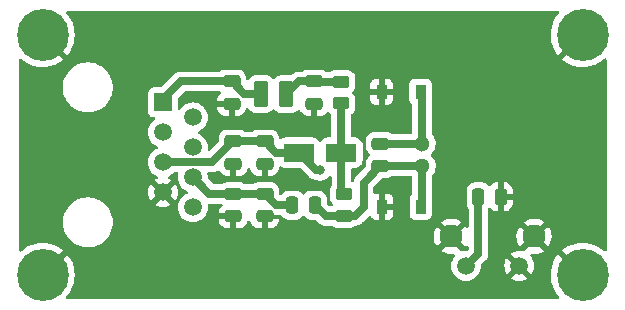
<source format=gtl>
G04 #@! TF.GenerationSoftware,KiCad,Pcbnew,6.0.9-8da3e8f707~116~ubuntu22.04.1*
G04 #@! TF.CreationDate,2022-11-15T22:26:03-07:00*
G04 #@! TF.ProjectId,Xiegu MiniMic,58696567-7520-44d6-996e-694d69632e6b,rev?*
G04 #@! TF.SameCoordinates,PX41672a0PY54efc64*
G04 #@! TF.FileFunction,Copper,L1,Top*
G04 #@! TF.FilePolarity,Positive*
%FSLAX46Y46*%
G04 Gerber Fmt 4.6, Leading zero omitted, Abs format (unit mm)*
G04 Created by KiCad (PCBNEW 6.0.9-8da3e8f707~116~ubuntu22.04.1) date 2022-11-15 22:26:03*
%MOMM*%
%LPD*%
G01*
G04 APERTURE LIST*
G04 Aperture macros list*
%AMRoundRect*
0 Rectangle with rounded corners*
0 $1 Rounding radius*
0 $2 $3 $4 $5 $6 $7 $8 $9 X,Y pos of 4 corners*
0 Add a 4 corners polygon primitive as box body*
4,1,4,$2,$3,$4,$5,$6,$7,$8,$9,$2,$3,0*
0 Add four circle primitives for the rounded corners*
1,1,$1+$1,$2,$3*
1,1,$1+$1,$4,$5*
1,1,$1+$1,$6,$7*
1,1,$1+$1,$8,$9*
0 Add four rect primitives between the rounded corners*
20,1,$1+$1,$2,$3,$4,$5,0*
20,1,$1+$1,$4,$5,$6,$7,0*
20,1,$1+$1,$6,$7,$8,$9,0*
20,1,$1+$1,$8,$9,$2,$3,0*%
G04 Aperture macros list end*
G04 #@! TA.AperFunction,SMDPad,CuDef*
%ADD10RoundRect,0.250000X-0.375000X-0.850000X0.375000X-0.850000X0.375000X0.850000X-0.375000X0.850000X0*%
G04 #@! TD*
G04 #@! TA.AperFunction,SMDPad,CuDef*
%ADD11RoundRect,0.250000X-0.475000X0.250000X-0.475000X-0.250000X0.475000X-0.250000X0.475000X0.250000X0*%
G04 #@! TD*
G04 #@! TA.AperFunction,SMDPad,CuDef*
%ADD12RoundRect,0.250000X0.450000X-0.262500X0.450000X0.262500X-0.450000X0.262500X-0.450000X-0.262500X0*%
G04 #@! TD*
G04 #@! TA.AperFunction,SMDPad,CuDef*
%ADD13RoundRect,0.250000X0.250000X0.475000X-0.250000X0.475000X-0.250000X-0.475000X0.250000X-0.475000X0*%
G04 #@! TD*
G04 #@! TA.AperFunction,SMDPad,CuDef*
%ADD14RoundRect,0.250000X0.475000X-0.250000X0.475000X0.250000X-0.475000X0.250000X-0.475000X-0.250000X0*%
G04 #@! TD*
G04 #@! TA.AperFunction,ComponentPad*
%ADD15C,1.498000*%
G04 #@! TD*
G04 #@! TA.AperFunction,ComponentPad*
%ADD16C,1.950000*%
G04 #@! TD*
G04 #@! TA.AperFunction,ComponentPad*
%ADD17C,4.400000*%
G04 #@! TD*
G04 #@! TA.AperFunction,SMDPad,CuDef*
%ADD18RoundRect,0.250000X-0.250000X-0.475000X0.250000X-0.475000X0.250000X0.475000X-0.250000X0.475000X0*%
G04 #@! TD*
G04 #@! TA.AperFunction,ComponentPad*
%ADD19R,1.500000X1.500000*%
G04 #@! TD*
G04 #@! TA.AperFunction,ComponentPad*
%ADD20C,1.500000*%
G04 #@! TD*
G04 #@! TA.AperFunction,SMDPad,CuDef*
%ADD21R,0.900000X1.200000*%
G04 #@! TD*
G04 #@! TA.AperFunction,SMDPad,CuDef*
%ADD22RoundRect,0.250000X1.050000X0.550000X-1.050000X0.550000X-1.050000X-0.550000X1.050000X-0.550000X0*%
G04 #@! TD*
G04 #@! TA.AperFunction,ComponentPad*
%ADD23C,1.300000*%
G04 #@! TD*
G04 #@! TA.AperFunction,ViaPad*
%ADD24C,0.800000*%
G04 #@! TD*
G04 #@! TA.AperFunction,Conductor*
%ADD25C,0.635000*%
G04 #@! TD*
G04 APERTURE END LIST*
D10*
X21023000Y17840900D03*
X23173000Y17840900D03*
D11*
X25527000Y18917900D03*
X25527000Y17017900D03*
D12*
X27813000Y17055400D03*
X27813000Y18880400D03*
D13*
X25588000Y8442900D03*
X23688000Y8442900D03*
D11*
X21336000Y9392900D03*
X21336000Y7492900D03*
D14*
X31132000Y11750000D03*
X31132000Y13650000D03*
D11*
X18669000Y9392900D03*
X18669000Y7492900D03*
X18542000Y18917900D03*
X18542000Y17017900D03*
D15*
X38390000Y3302000D03*
X42890000Y3302000D03*
D16*
X37135000Y5792000D03*
X44145000Y5792000D03*
D17*
X48260000Y2540000D03*
D18*
X39436000Y9144000D03*
X41336000Y9144000D03*
D11*
X18669000Y13837900D03*
X18669000Y11937900D03*
D19*
X12720000Y17145000D03*
D20*
X15260000Y15875000D03*
X12720000Y14605000D03*
X15260000Y13335000D03*
X12720000Y12065000D03*
X15260000Y10795000D03*
X12720000Y9525000D03*
X15260000Y8255000D03*
D21*
X34544000Y18034000D03*
X31244000Y18034000D03*
D17*
X2540000Y2540000D03*
D11*
X21336000Y13837900D03*
X21336000Y11937900D03*
D17*
X48260000Y22860000D03*
D12*
X28067000Y7530400D03*
X28067000Y9355400D03*
D21*
X34560000Y8315900D03*
X31260000Y8315900D03*
D22*
X27835000Y12887900D03*
X24235000Y12887900D03*
D17*
X2540000Y22860000D03*
D23*
X34660000Y11750000D03*
X34660000Y13650000D03*
D24*
X26035000Y11430000D03*
D25*
X34660000Y13650000D02*
X31132000Y13650000D01*
X31132000Y11750000D02*
X34660000Y11750000D01*
X34660000Y11750000D02*
X34660000Y8415900D01*
X34660000Y8415900D02*
X34560000Y8315900D01*
X34660000Y13650000D02*
X34660000Y17918000D01*
X34660000Y17918000D02*
X34544000Y18034000D01*
X29718000Y8255000D02*
X29718000Y10336000D01*
X28067000Y7530400D02*
X28993400Y7530400D01*
X26500500Y7530400D02*
X25588000Y8442900D01*
X29718000Y10336000D02*
X31132000Y11750000D01*
X28067000Y7530400D02*
X26500500Y7530400D01*
X28993400Y7530400D02*
X29718000Y8255000D01*
X22286000Y12887900D02*
X21336000Y13837900D01*
X26035000Y11430000D02*
X25692900Y11430000D01*
X24235000Y12887900D02*
X22286000Y12887900D01*
X25692900Y11430000D02*
X24235000Y12887900D01*
X16896100Y12065000D02*
X18669000Y13837900D01*
X18669000Y13837900D02*
X21336000Y13837900D01*
X12720000Y12065000D02*
X16896100Y12065000D01*
X18663900Y9398000D02*
X18669000Y9392900D01*
X15260000Y10795000D02*
X16657000Y9398000D01*
X22286000Y8442900D02*
X21336000Y9392900D01*
X16657000Y9398000D02*
X18663900Y9398000D01*
X23688000Y8442900D02*
X22286000Y8442900D01*
X21336000Y9392900D02*
X18669000Y9392900D01*
X27835000Y9587400D02*
X28067000Y9355400D01*
X27813000Y17055400D02*
X27813000Y12909900D01*
X27835000Y12887900D02*
X27835000Y9587400D01*
X27813000Y12909900D02*
X27835000Y12887900D01*
X24250000Y18917900D02*
X23173000Y17840900D01*
X25527000Y18917900D02*
X24250000Y18917900D01*
X25564500Y18880400D02*
X25527000Y18917900D01*
X27813000Y18880400D02*
X25564500Y18880400D01*
X12720000Y17419000D02*
X12720000Y17145000D01*
X18542000Y18917900D02*
X14218900Y18917900D01*
X19619000Y17840900D02*
X18542000Y18917900D01*
X14218900Y18917900D02*
X12720000Y17419000D01*
X21023000Y17840900D02*
X19619000Y17840900D01*
X39436000Y9144000D02*
X39436000Y4348000D01*
X39436000Y4348000D02*
X38390000Y3302000D01*
G04 #@! TA.AperFunction,Conductor*
G36*
X46224008Y24871498D02*
G01*
X46270501Y24817842D01*
X46280605Y24747568D01*
X46251111Y24682988D01*
X46249093Y24680837D01*
X46249131Y24680803D01*
X46241517Y24672346D01*
X46042766Y24422929D01*
X46038410Y24416730D01*
X45871059Y24145236D01*
X45867479Y24138560D01*
X45733956Y23848926D01*
X45731206Y23841875D01*
X45633444Y23538292D01*
X45631561Y23530959D01*
X45570979Y23217830D01*
X45569992Y23210330D01*
X45547467Y22892198D01*
X45547388Y22884617D01*
X45563245Y22566086D01*
X45564076Y22558557D01*
X45618085Y22244241D01*
X45619818Y22236854D01*
X45711196Y21931305D01*
X45713799Y21924192D01*
X45841227Y21631827D01*
X45844669Y21625071D01*
X46006296Y21350135D01*
X46010519Y21343850D01*
X46161463Y21146066D01*
X46172989Y21137604D01*
X46185054Y21144265D01*
X48170905Y23130115D01*
X48233217Y23164141D01*
X48304033Y23159076D01*
X48349095Y23130115D01*
X48530115Y22949095D01*
X48564141Y22886783D01*
X48559076Y22815968D01*
X48530115Y22770905D01*
X46545818Y20786607D01*
X46538703Y20773577D01*
X46546227Y20763146D01*
X46685483Y20650980D01*
X46691657Y20646592D01*
X46962271Y20477822D01*
X46968931Y20474206D01*
X47257852Y20339173D01*
X47264905Y20336380D01*
X47567970Y20237030D01*
X47575282Y20235112D01*
X47888092Y20172891D01*
X47895590Y20171863D01*
X48213610Y20147672D01*
X48221173Y20147554D01*
X48539785Y20161743D01*
X48547326Y20162535D01*
X48861924Y20214899D01*
X48869302Y20216589D01*
X49175355Y20306375D01*
X49182450Y20308929D01*
X49475496Y20434831D01*
X49482263Y20438235D01*
X49758042Y20598420D01*
X49764349Y20602610D01*
X50018895Y20794774D01*
X50024651Y20799689D01*
X50078053Y20851169D01*
X50140978Y20884046D01*
X50211689Y20877684D01*
X50267735Y20834102D01*
X50291500Y20760455D01*
X50291500Y4642960D01*
X50271498Y4574839D01*
X50217842Y4528346D01*
X50147568Y4518242D01*
X50082988Y4547736D01*
X50076172Y4554098D01*
X50067415Y4562900D01*
X50061762Y4567937D01*
X49811298Y4765387D01*
X49805075Y4769712D01*
X49532702Y4935643D01*
X49526025Y4939178D01*
X49235686Y5071187D01*
X49228616Y5073901D01*
X48924537Y5170068D01*
X48917186Y5171915D01*
X48603746Y5230858D01*
X48596237Y5231806D01*
X48277989Y5252665D01*
X48270424Y5252705D01*
X47951964Y5235179D01*
X47944450Y5234310D01*
X47630405Y5178652D01*
X47623044Y5176885D01*
X47317980Y5083908D01*
X47310860Y5081260D01*
X47019182Y4952310D01*
X47012445Y4948833D01*
X46738355Y4785767D01*
X46732091Y4781510D01*
X46546385Y4638238D01*
X46537917Y4626577D01*
X46544520Y4614691D01*
X48530115Y2629095D01*
X48564141Y2566783D01*
X48559076Y2495967D01*
X48530115Y2450905D01*
X48349095Y2269885D01*
X48286783Y2235859D01*
X48215968Y2240924D01*
X48170905Y2269885D01*
X46186445Y4254344D01*
X46173510Y4261408D01*
X46162949Y4253748D01*
X46042766Y4102928D01*
X46038410Y4096730D01*
X45871059Y3825236D01*
X45867479Y3818560D01*
X45733956Y3528926D01*
X45731206Y3521875D01*
X45633444Y3218292D01*
X45631561Y3210959D01*
X45570979Y2897830D01*
X45569992Y2890330D01*
X45547467Y2572198D01*
X45547388Y2564617D01*
X45563245Y2246086D01*
X45564076Y2238557D01*
X45618085Y1924241D01*
X45619818Y1916854D01*
X45711196Y1611305D01*
X45713799Y1604192D01*
X45841227Y1311827D01*
X45844669Y1305071D01*
X46006296Y1030135D01*
X46010519Y1023850D01*
X46204010Y770316D01*
X46208961Y764580D01*
X46250031Y722421D01*
X46283238Y659669D01*
X46277246Y588926D01*
X46233959Y532652D01*
X46167120Y508714D01*
X46159777Y508500D01*
X4643159Y508500D01*
X4575038Y528502D01*
X4528545Y582158D01*
X4518441Y652432D01*
X4545446Y714050D01*
X4740751Y953945D01*
X4745164Y960086D01*
X4915349Y1229813D01*
X4919005Y1236464D01*
X5055544Y1524665D01*
X5058375Y1531705D01*
X5159306Y1834233D01*
X5161270Y1841567D01*
X5225122Y2154011D01*
X5226194Y2161535D01*
X5252173Y2480949D01*
X5252378Y2485424D01*
X5252927Y2537779D01*
X5252817Y2542211D01*
X5233529Y2862147D01*
X5232621Y2869649D01*
X5175319Y3183407D01*
X5173518Y3190740D01*
X5078935Y3495345D01*
X5076263Y3502417D01*
X4945781Y3793430D01*
X4942264Y3800157D01*
X4777771Y4073379D01*
X4773481Y4079623D01*
X4637991Y4253353D01*
X4626199Y4261822D01*
X4614486Y4255275D01*
X2629095Y2269885D01*
X2566783Y2235859D01*
X2495967Y2240924D01*
X2450905Y2269885D01*
X2269885Y2450905D01*
X2235859Y2513217D01*
X2240924Y2584032D01*
X2269885Y2629095D01*
X4216165Y4575376D01*
X36283621Y4575376D01*
X36287988Y4569226D01*
X36487563Y4452603D01*
X36496846Y4448156D01*
X36715007Y4364848D01*
X36724905Y4361972D01*
X36953744Y4315415D01*
X36963972Y4314196D01*
X37197340Y4305638D01*
X37207626Y4306105D01*
X37311114Y4319362D01*
X37381224Y4308177D01*
X37434158Y4260864D01*
X37453109Y4192444D01*
X37432061Y4124639D01*
X37425508Y4115881D01*
X37423020Y4113393D01*
X37296814Y3933151D01*
X37294493Y3928173D01*
X37294491Y3928170D01*
X37246492Y3825236D01*
X37203823Y3733733D01*
X37146874Y3521197D01*
X37127697Y3302000D01*
X37146874Y3082803D01*
X37203823Y2870267D01*
X37296814Y2670849D01*
X37423020Y2490607D01*
X37578607Y2335020D01*
X37583115Y2331863D01*
X37583118Y2331861D01*
X37753725Y2212401D01*
X37758848Y2208814D01*
X37763830Y2206491D01*
X37763835Y2206488D01*
X37952275Y2118617D01*
X37958267Y2115823D01*
X37963575Y2114401D01*
X37963577Y2114400D01*
X38029683Y2096687D01*
X38170803Y2058874D01*
X38390000Y2039697D01*
X38609197Y2058874D01*
X38750317Y2096687D01*
X38816423Y2114400D01*
X38816425Y2114401D01*
X38821733Y2115823D01*
X38827725Y2118617D01*
X39016165Y2206488D01*
X39016170Y2206491D01*
X39021152Y2208814D01*
X39026275Y2212401D01*
X39083622Y2252556D01*
X42205110Y2252556D01*
X42214406Y2240541D01*
X42254594Y2212401D01*
X42264084Y2206923D01*
X42453456Y2118617D01*
X42463748Y2114871D01*
X42665575Y2060792D01*
X42676370Y2058889D01*
X42884525Y2040677D01*
X42895475Y2040677D01*
X43103630Y2058889D01*
X43114425Y2060792D01*
X43316252Y2114871D01*
X43326544Y2118617D01*
X43515916Y2206923D01*
X43525406Y2212401D01*
X43566432Y2241128D01*
X43574806Y2251604D01*
X43567740Y2265049D01*
X42902811Y2929979D01*
X42888868Y2937592D01*
X42887034Y2937461D01*
X42880420Y2933210D01*
X42211537Y2264326D01*
X42205110Y2252556D01*
X39083622Y2252556D01*
X39196882Y2331861D01*
X39196885Y2331863D01*
X39201393Y2335020D01*
X39356980Y2490607D01*
X39483186Y2670849D01*
X39576177Y2870267D01*
X39633126Y3082803D01*
X39651824Y3296525D01*
X41628677Y3296525D01*
X41646889Y3088370D01*
X41648792Y3077575D01*
X41702871Y2875748D01*
X41706617Y2865456D01*
X41794923Y2676084D01*
X41800401Y2666594D01*
X41829128Y2625568D01*
X41839604Y2617194D01*
X41853049Y2624260D01*
X42517979Y3289189D01*
X42525592Y3303132D01*
X42525461Y3304966D01*
X42521210Y3311580D01*
X41852326Y3980463D01*
X41840556Y3986890D01*
X41828541Y3977594D01*
X41800401Y3937406D01*
X41794923Y3927916D01*
X41706617Y3738544D01*
X41702871Y3728252D01*
X41648792Y3526425D01*
X41646889Y3515630D01*
X41628677Y3307475D01*
X41628677Y3296525D01*
X39651824Y3296525D01*
X39652303Y3302000D01*
X39651824Y3307475D01*
X39651824Y3307484D01*
X39649849Y3330055D01*
X39663837Y3399660D01*
X39686274Y3430133D01*
X39991762Y3735621D01*
X39999529Y3742764D01*
X40032479Y3770609D01*
X40037693Y3775015D01*
X40085167Y3837108D01*
X40086976Y3839416D01*
X40135969Y3900350D01*
X40139004Y3906465D01*
X40140302Y3908494D01*
X40140628Y3908960D01*
X40141029Y3909605D01*
X40141302Y3910100D01*
X40142553Y3912166D01*
X40146697Y3917586D01*
X40179696Y3988354D01*
X40181030Y3991125D01*
X40212732Y4054989D01*
X40215767Y4061102D01*
X40217419Y4067727D01*
X40218253Y4069994D01*
X40218472Y4070519D01*
X40218721Y4071223D01*
X40218883Y4071773D01*
X40219661Y4074057D01*
X40222543Y4080239D01*
X40224031Y4086897D01*
X40224034Y4086905D01*
X40239580Y4156453D01*
X40240288Y4159449D01*
X40257532Y4228611D01*
X40257532Y4228612D01*
X40259184Y4235237D01*
X40259375Y4242058D01*
X40259705Y4244469D01*
X40259903Y4245573D01*
X40260563Y4250328D01*
X40261693Y4255384D01*
X40262000Y4260875D01*
X40262000Y4334310D01*
X40262049Y4337827D01*
X40262456Y4352396D01*
X42205194Y4352396D01*
X42212260Y4338951D01*
X42890000Y3661210D01*
X43927671Y2623540D01*
X43939445Y2617111D01*
X43951459Y2626407D01*
X43979599Y2666594D01*
X43985077Y2676084D01*
X44073383Y2865456D01*
X44077129Y2875748D01*
X44131208Y3077575D01*
X44133111Y3088370D01*
X44151323Y3296525D01*
X44151323Y3307475D01*
X44133111Y3515630D01*
X44131208Y3526425D01*
X44077129Y3728252D01*
X44073383Y3738544D01*
X43985079Y3927914D01*
X43979596Y3937409D01*
X43856596Y4113071D01*
X43857549Y4113738D01*
X43831419Y4173454D01*
X43842640Y4243559D01*
X43889982Y4296467D01*
X43958412Y4315382D01*
X43971326Y4314512D01*
X43973983Y4314195D01*
X44207340Y4305638D01*
X44217626Y4306105D01*
X44449262Y4335778D01*
X44459340Y4337920D01*
X44683014Y4405026D01*
X44692612Y4408788D01*
X44902324Y4511524D01*
X44911169Y4516797D01*
X44983869Y4568653D01*
X44992270Y4579354D01*
X44985283Y4592507D01*
X44157812Y5419978D01*
X44143868Y5427592D01*
X44142035Y5427461D01*
X44135420Y5423210D01*
X43288069Y4575859D01*
X43287224Y4576704D01*
X43252708Y4542191D01*
X43183333Y4527101D01*
X43159716Y4531073D01*
X43114428Y4543207D01*
X43103630Y4545111D01*
X42895475Y4563323D01*
X42884525Y4563323D01*
X42676370Y4545111D01*
X42665575Y4543208D01*
X42463748Y4489129D01*
X42453456Y4485383D01*
X42264084Y4397077D01*
X42254594Y4391599D01*
X42213568Y4362872D01*
X42205194Y4352396D01*
X40262456Y4352396D01*
X40264004Y4407814D01*
X40264004Y4407818D01*
X40264194Y4414635D01*
X40262915Y4421339D01*
X40262406Y4427665D01*
X40262000Y4437772D01*
X40262000Y5823201D01*
X42657658Y5823201D01*
X42671102Y5590058D01*
X42672535Y5579856D01*
X42723873Y5352051D01*
X42726956Y5342211D01*
X42814814Y5125844D01*
X42819457Y5116653D01*
X42920555Y4951675D01*
X42931011Y4942215D01*
X42939789Y4945999D01*
X43772978Y5779188D01*
X43779356Y5790868D01*
X44509408Y5790868D01*
X44509539Y5789035D01*
X44513790Y5782420D01*
X45345045Y4951165D01*
X45357055Y4944606D01*
X45368794Y4953574D01*
X45417518Y5021381D01*
X45422829Y5030220D01*
X45526291Y5239558D01*
X45530089Y5249151D01*
X45597974Y5472587D01*
X45600151Y5482657D01*
X45630869Y5715985D01*
X45631388Y5722660D01*
X45633001Y5788636D01*
X45632807Y5795353D01*
X45613525Y6029892D01*
X45611842Y6040054D01*
X45554952Y6266547D01*
X45551634Y6276294D01*
X45458513Y6490458D01*
X45453646Y6499533D01*
X45368465Y6631204D01*
X45357779Y6640407D01*
X45348214Y6636004D01*
X44517022Y5804812D01*
X44509408Y5790868D01*
X43779356Y5790868D01*
X43780592Y5793132D01*
X43780461Y5794965D01*
X43776210Y5801580D01*
X42944892Y6632898D01*
X42933356Y6639198D01*
X42921073Y6629574D01*
X42854036Y6531302D01*
X42848943Y6522338D01*
X42750619Y6310517D01*
X42747062Y6300849D01*
X42684657Y6075822D01*
X42682726Y6065702D01*
X42657910Y5833490D01*
X42657658Y5823201D01*
X40262000Y5823201D01*
X40262000Y7004858D01*
X43296938Y7004858D01*
X43303684Y6992526D01*
X44132188Y6164022D01*
X44146132Y6156408D01*
X44147965Y6156539D01*
X44154580Y6160790D01*
X44987391Y6993601D01*
X44994412Y7006457D01*
X44986639Y7017125D01*
X44972548Y7028254D01*
X44963970Y7033953D01*
X44759526Y7146811D01*
X44750126Y7151036D01*
X44529993Y7228989D01*
X44520036Y7231619D01*
X44290129Y7272573D01*
X44279878Y7273542D01*
X44046367Y7276395D01*
X44036083Y7275675D01*
X43805253Y7240353D01*
X43795225Y7237964D01*
X43573263Y7165416D01*
X43563753Y7161419D01*
X43356624Y7053595D01*
X43347904Y7048103D01*
X43305391Y7016183D01*
X43296938Y7004858D01*
X40262000Y7004858D01*
X40262000Y8119544D01*
X40282002Y8187665D01*
X40335658Y8234158D01*
X40405932Y8244262D01*
X40470512Y8214768D01*
X40486748Y8197806D01*
X40493101Y8189790D01*
X40607829Y8075261D01*
X40619240Y8066249D01*
X40757243Y7981184D01*
X40770424Y7975037D01*
X40924710Y7923862D01*
X40938086Y7920995D01*
X41032438Y7911328D01*
X41038854Y7911000D01*
X41063885Y7911000D01*
X41079124Y7915475D01*
X41080329Y7916865D01*
X41082000Y7924548D01*
X41082000Y7929116D01*
X41590000Y7929116D01*
X41594475Y7913877D01*
X41595865Y7912672D01*
X41603548Y7911001D01*
X41633095Y7911001D01*
X41639614Y7911338D01*
X41735206Y7921257D01*
X41748600Y7924149D01*
X41902784Y7975588D01*
X41915962Y7981761D01*
X42053807Y8067063D01*
X42065208Y8076099D01*
X42179739Y8190829D01*
X42188751Y8202240D01*
X42273816Y8340243D01*
X42279963Y8353424D01*
X42331138Y8507710D01*
X42334005Y8521086D01*
X42343672Y8615438D01*
X42344000Y8621854D01*
X42344000Y8871885D01*
X42339525Y8887124D01*
X42338135Y8888329D01*
X42330452Y8890000D01*
X41608115Y8890000D01*
X41592876Y8885525D01*
X41591671Y8884135D01*
X41590000Y8876452D01*
X41590000Y7929116D01*
X41082000Y7929116D01*
X41082000Y9416115D01*
X41590000Y9416115D01*
X41594475Y9400876D01*
X41595865Y9399671D01*
X41603548Y9398000D01*
X42325884Y9398000D01*
X42341123Y9402475D01*
X42342328Y9403865D01*
X42343999Y9411548D01*
X42343999Y9666095D01*
X42343662Y9672614D01*
X42333743Y9768206D01*
X42330851Y9781600D01*
X42279412Y9935784D01*
X42273239Y9948962D01*
X42187937Y10086807D01*
X42178901Y10098208D01*
X42064171Y10212739D01*
X42052760Y10221751D01*
X41914757Y10306816D01*
X41901576Y10312963D01*
X41747290Y10364138D01*
X41733914Y10367005D01*
X41639562Y10376672D01*
X41633145Y10377000D01*
X41608115Y10377000D01*
X41592876Y10372525D01*
X41591671Y10371135D01*
X41590000Y10363452D01*
X41590000Y9416115D01*
X41082000Y9416115D01*
X41082000Y10358884D01*
X41077525Y10374123D01*
X41076135Y10375328D01*
X41068452Y10376999D01*
X41038905Y10376999D01*
X41032386Y10376662D01*
X40936794Y10366743D01*
X40923400Y10363851D01*
X40769216Y10312412D01*
X40756038Y10306239D01*
X40618193Y10220937D01*
X40606792Y10211901D01*
X40492262Y10097172D01*
X40485206Y10088238D01*
X40427288Y10047177D01*
X40356365Y10043947D01*
X40294954Y10079574D01*
X40288154Y10087407D01*
X40284478Y10093348D01*
X40159303Y10218305D01*
X40060859Y10278987D01*
X40014968Y10307275D01*
X40014966Y10307276D01*
X40008738Y10311115D01*
X39928995Y10337564D01*
X39847389Y10364632D01*
X39847387Y10364632D01*
X39840861Y10366797D01*
X39834025Y10367497D01*
X39834022Y10367498D01*
X39790969Y10371909D01*
X39736400Y10377500D01*
X39135600Y10377500D01*
X39132354Y10377163D01*
X39132350Y10377163D01*
X39036692Y10367238D01*
X39036688Y10367237D01*
X39029834Y10366526D01*
X39023298Y10364345D01*
X39023296Y10364345D01*
X38935384Y10335015D01*
X38862054Y10310550D01*
X38711652Y10217478D01*
X38586695Y10092303D01*
X38582855Y10086073D01*
X38582854Y10086072D01*
X38522077Y9987473D01*
X38493885Y9941738D01*
X38476528Y9889408D01*
X38448732Y9805604D01*
X38438203Y9773861D01*
X38437503Y9767025D01*
X38437502Y9767022D01*
X38435717Y9749599D01*
X38427500Y9669400D01*
X38427500Y8618600D01*
X38427837Y8615354D01*
X38427837Y8615350D01*
X38437618Y8521086D01*
X38438474Y8512834D01*
X38440655Y8506298D01*
X38440655Y8506296D01*
X38454963Y8463410D01*
X38494450Y8345054D01*
X38582826Y8202240D01*
X38587522Y8194652D01*
X38586095Y8193769D01*
X38609383Y8136231D01*
X38610000Y8123779D01*
X38610000Y6669126D01*
X38589998Y6601005D01*
X38536342Y6554512D01*
X38466068Y6544408D01*
X38401488Y6573902D01*
X38378207Y6600687D01*
X38358464Y6631205D01*
X38347779Y6640407D01*
X38338214Y6636004D01*
X37507022Y5804812D01*
X37499408Y5790868D01*
X37499539Y5789035D01*
X37503790Y5782420D01*
X38335045Y4951165D01*
X38347055Y4944606D01*
X38358794Y4953574D01*
X38381677Y4985419D01*
X38437671Y5029067D01*
X38508375Y5035513D01*
X38571339Y5002711D01*
X38606574Y4941074D01*
X38610000Y4911893D01*
X38610000Y4742331D01*
X38589998Y4674210D01*
X38573095Y4653236D01*
X38518133Y4598274D01*
X38455821Y4564248D01*
X38418055Y4561849D01*
X38395484Y4563824D01*
X38395475Y4563824D01*
X38390000Y4564303D01*
X38170803Y4545126D01*
X38165490Y4543702D01*
X38165482Y4543701D01*
X38118527Y4531119D01*
X38047551Y4532808D01*
X37988755Y4572601D01*
X37975782Y4592008D01*
X37147812Y5419978D01*
X37133868Y5427592D01*
X37132035Y5427461D01*
X37125420Y5423210D01*
X36290881Y4588671D01*
X36283621Y4575376D01*
X4216165Y4575376D01*
X4254559Y4613770D01*
X4261571Y4626611D01*
X4253777Y4637299D01*
X4091298Y4765387D01*
X4085075Y4769712D01*
X3812702Y4935643D01*
X3806025Y4939178D01*
X3515686Y5071187D01*
X3508616Y5073901D01*
X3204537Y5170068D01*
X3197186Y5171915D01*
X2883746Y5230858D01*
X2876237Y5231806D01*
X2557989Y5252665D01*
X2550424Y5252705D01*
X2231964Y5235179D01*
X2224450Y5234310D01*
X1910405Y5178652D01*
X1903044Y5176885D01*
X1597980Y5083908D01*
X1590860Y5081260D01*
X1299182Y4952310D01*
X1292445Y4948833D01*
X1018355Y4785767D01*
X1012091Y4781510D01*
X759577Y4586697D01*
X753876Y4581724D01*
X722893Y4551224D01*
X660315Y4517690D01*
X589542Y4523311D01*
X533042Y4566303D01*
X508754Y4633016D01*
X508500Y4641017D01*
X508500Y6852297D01*
X4260743Y6852297D01*
X4261302Y6848053D01*
X4261302Y6848049D01*
X4275019Y6743857D01*
X4298268Y6567266D01*
X4299401Y6563126D01*
X4299401Y6563124D01*
X4310559Y6522338D01*
X4374129Y6289964D01*
X4375813Y6286016D01*
X4469786Y6065702D01*
X4486923Y6025524D01*
X4498693Y6005858D01*
X4628698Y5788636D01*
X4634561Y5778839D01*
X4814313Y5554472D01*
X5022851Y5356577D01*
X5256317Y5188814D01*
X5260112Y5186805D01*
X5260113Y5186804D01*
X5278847Y5176885D01*
X5510392Y5054288D01*
X5780373Y4955489D01*
X6061264Y4894245D01*
X6089841Y4891996D01*
X6284282Y4876693D01*
X6284291Y4876693D01*
X6286739Y4876500D01*
X6442271Y4876500D01*
X6444407Y4876646D01*
X6444418Y4876646D01*
X6652548Y4890835D01*
X6652554Y4890836D01*
X6656825Y4891127D01*
X6661020Y4891996D01*
X6661022Y4891996D01*
X6871786Y4935643D01*
X6938342Y4949426D01*
X7209343Y5045393D01*
X7464812Y5177250D01*
X7468313Y5179711D01*
X7468317Y5179713D01*
X7582418Y5259905D01*
X7700023Y5342559D01*
X7910622Y5538260D01*
X8092713Y5760732D01*
X8130994Y5823201D01*
X35647658Y5823201D01*
X35661102Y5590058D01*
X35662535Y5579856D01*
X35713873Y5352051D01*
X35716956Y5342211D01*
X35804814Y5125844D01*
X35809457Y5116653D01*
X35910555Y4951675D01*
X35921011Y4942215D01*
X35929789Y4945999D01*
X36762978Y5779188D01*
X36770592Y5793132D01*
X36770461Y5794965D01*
X36766210Y5801580D01*
X35934892Y6632898D01*
X35923356Y6639198D01*
X35911073Y6629574D01*
X35844036Y6531302D01*
X35838943Y6522338D01*
X35740619Y6310517D01*
X35737062Y6300849D01*
X35674657Y6075822D01*
X35672726Y6065702D01*
X35647910Y5833490D01*
X35647658Y5823201D01*
X8130994Y5823201D01*
X8242927Y6005858D01*
X8358483Y6269102D01*
X8437244Y6545594D01*
X8477751Y6830216D01*
X8477845Y6848049D01*
X8479235Y7113417D01*
X8479235Y7113424D01*
X8479257Y7117703D01*
X8472976Y7165416D01*
X8456936Y7287251D01*
X8441732Y7402734D01*
X8365871Y7680036D01*
X8343620Y7732203D01*
X8254763Y7940524D01*
X8254761Y7940528D01*
X8253077Y7944476D01*
X8122662Y8162384D01*
X8107643Y8187479D01*
X8107640Y8187483D01*
X8105439Y8191161D01*
X7925687Y8415528D01*
X7863186Y8474839D01*
X12034393Y8474839D01*
X12043687Y8462825D01*
X12084088Y8434536D01*
X12093584Y8429053D01*
X12283113Y8340674D01*
X12293405Y8336928D01*
X12495401Y8282804D01*
X12506196Y8280901D01*
X12714525Y8262674D01*
X12725475Y8262674D01*
X12933804Y8280901D01*
X12944599Y8282804D01*
X13146595Y8336928D01*
X13156887Y8340674D01*
X13346416Y8429053D01*
X13355912Y8434536D01*
X13397148Y8463410D01*
X13405523Y8473888D01*
X13398457Y8487332D01*
X12732811Y9152979D01*
X12718868Y9160592D01*
X12717034Y9160461D01*
X12710420Y9156210D01*
X12040820Y8486609D01*
X12034393Y8474839D01*
X7863186Y8474839D01*
X7761228Y8571594D01*
X7720258Y8610473D01*
X7720255Y8610475D01*
X7717149Y8613423D01*
X7527064Y8750013D01*
X7487172Y8778679D01*
X7487171Y8778680D01*
X7483683Y8781186D01*
X7461843Y8792750D01*
X7373749Y8839393D01*
X7229608Y8915712D01*
X7085905Y8968300D01*
X6963658Y9013036D01*
X6963656Y9013037D01*
X6959627Y9014511D01*
X6678736Y9075755D01*
X6647685Y9078199D01*
X6455718Y9093307D01*
X6455709Y9093307D01*
X6453261Y9093500D01*
X6297729Y9093500D01*
X6295593Y9093354D01*
X6295582Y9093354D01*
X6087452Y9079165D01*
X6087446Y9079164D01*
X6083175Y9078873D01*
X6078980Y9078004D01*
X6078978Y9078004D01*
X5942417Y9049724D01*
X5801658Y9020574D01*
X5530657Y8924607D01*
X5526848Y8922641D01*
X5378010Y8845820D01*
X5275188Y8792750D01*
X5271687Y8790289D01*
X5271683Y8790287D01*
X5232465Y8762724D01*
X5039977Y8627441D01*
X4974827Y8566900D01*
X4832907Y8435019D01*
X4829378Y8431740D01*
X4647287Y8209268D01*
X4497073Y7964142D01*
X4381517Y7700898D01*
X4380342Y7696771D01*
X4380341Y7696770D01*
X4357474Y7616494D01*
X4302756Y7424406D01*
X4281589Y7275675D01*
X4264930Y7158619D01*
X4262249Y7139784D01*
X4262227Y7135495D01*
X4262226Y7135488D01*
X4260765Y6856583D01*
X4260743Y6852297D01*
X508500Y6852297D01*
X508500Y9519525D01*
X11457674Y9519525D01*
X11475901Y9311196D01*
X11477804Y9300401D01*
X11531928Y9098405D01*
X11535674Y9088113D01*
X11624054Y8898583D01*
X11629534Y8889093D01*
X11658411Y8847851D01*
X11668887Y8839477D01*
X11682334Y8846545D01*
X12347979Y9512189D01*
X12354356Y9523868D01*
X13084408Y9523868D01*
X13084539Y9522034D01*
X13088790Y9515420D01*
X13758391Y8845820D01*
X13770161Y8839393D01*
X13782176Y8848689D01*
X13810466Y8889093D01*
X13815946Y8898583D01*
X13904326Y9088113D01*
X13908072Y9098405D01*
X13962196Y9300401D01*
X13964099Y9311196D01*
X13982326Y9519525D01*
X13982326Y9530475D01*
X13964099Y9738804D01*
X13962196Y9749599D01*
X13908072Y9951595D01*
X13904326Y9961887D01*
X13815946Y10151417D01*
X13810466Y10160907D01*
X13781589Y10202149D01*
X13771113Y10210523D01*
X13757666Y10203455D01*
X13092021Y9537811D01*
X13084408Y9523868D01*
X12354356Y9523868D01*
X12355592Y9526132D01*
X12355461Y9527966D01*
X12351210Y9534580D01*
X11681609Y10204180D01*
X11669839Y10210607D01*
X11657824Y10201311D01*
X11629534Y10160907D01*
X11624054Y10151417D01*
X11535674Y9961887D01*
X11531928Y9951595D01*
X11477804Y9749599D01*
X11475901Y9738804D01*
X11457674Y9530475D01*
X11457674Y9519525D01*
X508500Y9519525D01*
X508500Y12065000D01*
X11456693Y12065000D01*
X11475885Y11845629D01*
X11532880Y11632924D01*
X11567166Y11559398D01*
X11623618Y11438334D01*
X11623621Y11438329D01*
X11625944Y11433347D01*
X11629100Y11428840D01*
X11629101Y11428838D01*
X11735576Y11276777D01*
X11752251Y11252962D01*
X11907962Y11097251D01*
X11912471Y11094094D01*
X11912473Y11094092D01*
X11925245Y11085149D01*
X12088346Y10970944D01*
X12093328Y10968621D01*
X12093333Y10968618D01*
X12221359Y10908919D01*
X12274644Y10862002D01*
X12294105Y10793724D01*
X12273563Y10725764D01*
X12221359Y10680529D01*
X12093583Y10620946D01*
X12084093Y10615466D01*
X12042851Y10586589D01*
X12034477Y10576113D01*
X12041545Y10562666D01*
X12707189Y9897021D01*
X12721132Y9889408D01*
X12722966Y9889539D01*
X12729580Y9893790D01*
X13399180Y10563391D01*
X13405607Y10575161D01*
X13396313Y10587175D01*
X13355912Y10615464D01*
X13346416Y10620947D01*
X13218641Y10680529D01*
X13165356Y10727446D01*
X13145895Y10795724D01*
X13166437Y10863684D01*
X13218641Y10908919D01*
X13346667Y10968618D01*
X13346672Y10968621D01*
X13351654Y10970944D01*
X13514755Y11085149D01*
X13527527Y11094092D01*
X13527529Y11094094D01*
X13532038Y11097251D01*
X13636882Y11202095D01*
X13699194Y11236121D01*
X13725977Y11239000D01*
X13911867Y11239000D01*
X13979988Y11218998D01*
X14026481Y11165342D01*
X14036585Y11095068D01*
X14033574Y11080389D01*
X14017308Y11019684D01*
X14017307Y11019677D01*
X14015885Y11014371D01*
X13996693Y10795000D01*
X14015885Y10575629D01*
X14072880Y10362924D01*
X14099313Y10306239D01*
X14163618Y10168334D01*
X14163621Y10168329D01*
X14165944Y10163347D01*
X14169100Y10158840D01*
X14169101Y10158838D01*
X14284621Y9993859D01*
X14292251Y9982962D01*
X14447962Y9827251D01*
X14628346Y9700944D01*
X14633328Y9698621D01*
X14633333Y9698618D01*
X14760768Y9639195D01*
X14814053Y9592278D01*
X14833514Y9524001D01*
X14812972Y9456041D01*
X14760768Y9410805D01*
X14633334Y9351382D01*
X14633329Y9351379D01*
X14628347Y9349056D01*
X14623840Y9345900D01*
X14623838Y9345899D01*
X14452473Y9225908D01*
X14452470Y9225906D01*
X14447962Y9222749D01*
X14292251Y9067038D01*
X14289094Y9062530D01*
X14289092Y9062527D01*
X14191143Y8922641D01*
X14165944Y8886653D01*
X14163621Y8881671D01*
X14163618Y8881666D01*
X14143906Y8839393D01*
X14072880Y8687076D01*
X14015885Y8474371D01*
X13996693Y8255000D01*
X14015885Y8035629D01*
X14072880Y7822924D01*
X14113640Y7735514D01*
X14163618Y7628334D01*
X14163621Y7628329D01*
X14165944Y7623347D01*
X14169100Y7618840D01*
X14169101Y7618838D01*
X14278745Y7462251D01*
X14292251Y7442962D01*
X14447962Y7287251D01*
X14452471Y7284094D01*
X14452473Y7284092D01*
X14483201Y7262576D01*
X14628346Y7160944D01*
X14827924Y7067880D01*
X15040629Y7010885D01*
X15260000Y6991693D01*
X15479371Y7010885D01*
X15692076Y7067880D01*
X15891654Y7160944D01*
X15941440Y7195805D01*
X17436001Y7195805D01*
X17436338Y7189286D01*
X17446257Y7093694D01*
X17449149Y7080300D01*
X17500588Y6926116D01*
X17506761Y6912938D01*
X17592063Y6775093D01*
X17601099Y6763692D01*
X17715829Y6649161D01*
X17727240Y6640149D01*
X17865243Y6555084D01*
X17878424Y6548937D01*
X18032710Y6497762D01*
X18046086Y6494895D01*
X18140438Y6485228D01*
X18146854Y6484900D01*
X18396885Y6484900D01*
X18412124Y6489375D01*
X18413329Y6490765D01*
X18415000Y6498448D01*
X18415000Y7220785D01*
X18410525Y7236024D01*
X18409135Y7237229D01*
X18401452Y7238900D01*
X17454116Y7238900D01*
X17438877Y7234425D01*
X17437672Y7233035D01*
X17436001Y7225352D01*
X17436001Y7195805D01*
X15941440Y7195805D01*
X16036799Y7262576D01*
X16067527Y7284092D01*
X16067529Y7284094D01*
X16072038Y7287251D01*
X16227749Y7442962D01*
X16241256Y7462251D01*
X16350899Y7618838D01*
X16350900Y7618840D01*
X16354056Y7623347D01*
X16356379Y7628329D01*
X16356382Y7628334D01*
X16406360Y7735514D01*
X16447120Y7822924D01*
X16504115Y8035629D01*
X16523307Y8255000D01*
X16516165Y8336635D01*
X16507558Y8435019D01*
X16521547Y8504624D01*
X16570947Y8555616D01*
X16633079Y8572000D01*
X16643310Y8572000D01*
X16646827Y8571951D01*
X16716814Y8569996D01*
X16716818Y8569996D01*
X16723635Y8569806D01*
X16730339Y8571085D01*
X16736665Y8571594D01*
X16746772Y8572000D01*
X17642343Y8572000D01*
X17710464Y8551998D01*
X17716832Y8547453D01*
X17720697Y8543595D01*
X17725237Y8540797D01*
X17765825Y8483543D01*
X17769053Y8412620D01*
X17733426Y8351210D01*
X17724932Y8343838D01*
X17714793Y8335802D01*
X17600261Y8221071D01*
X17591249Y8209660D01*
X17506184Y8071657D01*
X17500037Y8058476D01*
X17448862Y7904190D01*
X17445995Y7890814D01*
X17436328Y7796462D01*
X17436000Y7790045D01*
X17436000Y7765015D01*
X17440475Y7749776D01*
X17441865Y7748571D01*
X17449548Y7746900D01*
X18797000Y7746900D01*
X18865121Y7726898D01*
X18911614Y7673242D01*
X18923000Y7620900D01*
X18923000Y6503016D01*
X18927475Y6487777D01*
X18928865Y6486572D01*
X18936548Y6484901D01*
X19191095Y6484901D01*
X19197614Y6485238D01*
X19293206Y6495157D01*
X19306600Y6498049D01*
X19460784Y6549488D01*
X19473962Y6555661D01*
X19611807Y6640963D01*
X19623208Y6649999D01*
X19737739Y6764729D01*
X19746751Y6776140D01*
X19831816Y6914143D01*
X19837963Y6927324D01*
X19882850Y7062653D01*
X19923281Y7121012D01*
X19988845Y7148249D01*
X20058727Y7135715D01*
X20110739Y7087391D01*
X20121967Y7062861D01*
X20167588Y6926116D01*
X20173761Y6912938D01*
X20259063Y6775093D01*
X20268099Y6763692D01*
X20382829Y6649161D01*
X20394240Y6640149D01*
X20532243Y6555084D01*
X20545424Y6548937D01*
X20699710Y6497762D01*
X20713086Y6494895D01*
X20807438Y6485228D01*
X20813854Y6484900D01*
X21063885Y6484900D01*
X21079124Y6489375D01*
X21080329Y6490765D01*
X21082000Y6498448D01*
X21082000Y6503016D01*
X21590000Y6503016D01*
X21594475Y6487777D01*
X21595865Y6486572D01*
X21603548Y6484901D01*
X21858095Y6484901D01*
X21864614Y6485238D01*
X21960206Y6495157D01*
X21973600Y6498049D01*
X22127784Y6549488D01*
X22140962Y6555661D01*
X22278807Y6640963D01*
X22290208Y6649999D01*
X22404739Y6764729D01*
X22413751Y6776140D01*
X22498816Y6914143D01*
X22504963Y6927324D01*
X22556138Y7081610D01*
X22559005Y7094986D01*
X22568672Y7189338D01*
X22569000Y7195754D01*
X22569000Y7220785D01*
X22564525Y7236024D01*
X22563135Y7237229D01*
X22555452Y7238900D01*
X21608115Y7238900D01*
X21592876Y7234425D01*
X21591671Y7233035D01*
X21590000Y7225352D01*
X21590000Y6503016D01*
X21082000Y6503016D01*
X21082000Y7620900D01*
X21102002Y7689021D01*
X21155658Y7735514D01*
X21208000Y7746900D01*
X21797561Y7746900D01*
X21854965Y7730871D01*
X21855586Y7732203D01*
X21926359Y7699201D01*
X21929130Y7697867D01*
X21999102Y7663133D01*
X22005727Y7661481D01*
X22007994Y7660647D01*
X22008519Y7660428D01*
X22009223Y7660179D01*
X22009773Y7660017D01*
X22012057Y7659239D01*
X22018239Y7656357D01*
X22024897Y7654869D01*
X22024905Y7654866D01*
X22094458Y7639319D01*
X22097454Y7638611D01*
X22166615Y7621367D01*
X22166618Y7621367D01*
X22173238Y7619716D01*
X22180059Y7619525D01*
X22182456Y7619197D01*
X22183570Y7618996D01*
X22188344Y7618334D01*
X22193384Y7617207D01*
X22198875Y7616900D01*
X22272289Y7616900D01*
X22275807Y7616851D01*
X22352635Y7614705D01*
X22359342Y7615984D01*
X22365677Y7616494D01*
X22375784Y7616900D01*
X22692990Y7616900D01*
X22761111Y7596898D01*
X22800133Y7557204D01*
X22839522Y7493552D01*
X22964697Y7368595D01*
X22970927Y7364755D01*
X22970928Y7364754D01*
X23108090Y7280206D01*
X23115262Y7275785D01*
X23146919Y7265285D01*
X23276611Y7222268D01*
X23276613Y7222268D01*
X23283139Y7220103D01*
X23289975Y7219403D01*
X23289978Y7219402D01*
X23333031Y7214991D01*
X23387600Y7209400D01*
X23988400Y7209400D01*
X23991646Y7209737D01*
X23991650Y7209737D01*
X24087308Y7219662D01*
X24087312Y7219663D01*
X24094166Y7220374D01*
X24100702Y7222555D01*
X24100704Y7222555D01*
X24250625Y7272573D01*
X24261946Y7276350D01*
X24412348Y7369422D01*
X24537305Y7494597D01*
X24539906Y7498816D01*
X24597030Y7539317D01*
X24667953Y7542549D01*
X24729365Y7506924D01*
X24735922Y7499370D01*
X24739522Y7493552D01*
X24864697Y7368595D01*
X24870927Y7364755D01*
X24870928Y7364754D01*
X25008090Y7280206D01*
X25015262Y7275785D01*
X25046919Y7265285D01*
X25176611Y7222268D01*
X25176613Y7222268D01*
X25183139Y7220103D01*
X25189975Y7219403D01*
X25189978Y7219402D01*
X25233031Y7214991D01*
X25287600Y7209400D01*
X25601170Y7209400D01*
X25669291Y7189398D01*
X25690265Y7172495D01*
X25888115Y6974645D01*
X25895258Y6966878D01*
X25927515Y6928707D01*
X25932939Y6924560D01*
X25932940Y6924559D01*
X25989559Y6881270D01*
X25991962Y6879387D01*
X26052851Y6830431D01*
X26058969Y6827394D01*
X26060985Y6826105D01*
X26061454Y6825777D01*
X26062107Y6825370D01*
X26062602Y6825098D01*
X26064661Y6823851D01*
X26070086Y6819703D01*
X26076273Y6816818D01*
X26140859Y6786701D01*
X26143630Y6785367D01*
X26213602Y6750633D01*
X26220227Y6748981D01*
X26222494Y6748147D01*
X26223019Y6747928D01*
X26223723Y6747679D01*
X26224273Y6747517D01*
X26226557Y6746739D01*
X26232739Y6743857D01*
X26239397Y6742369D01*
X26239405Y6742366D01*
X26308958Y6726819D01*
X26311954Y6726111D01*
X26381115Y6708867D01*
X26381118Y6708867D01*
X26387738Y6707216D01*
X26394559Y6707025D01*
X26396956Y6706697D01*
X26398070Y6706496D01*
X26402844Y6705834D01*
X26407884Y6704707D01*
X26413375Y6704400D01*
X26486789Y6704400D01*
X26490307Y6704351D01*
X26567135Y6702205D01*
X26573842Y6703484D01*
X26580177Y6703994D01*
X26590284Y6704400D01*
X27055974Y6704400D01*
X27124095Y6684398D01*
X27134068Y6677280D01*
X27138516Y6673767D01*
X27143697Y6668595D01*
X27218980Y6622190D01*
X27287090Y6580206D01*
X27294262Y6575785D01*
X27372481Y6549841D01*
X27455611Y6522268D01*
X27455613Y6522268D01*
X27462139Y6520103D01*
X27468975Y6519403D01*
X27468978Y6519402D01*
X27512031Y6514991D01*
X27566600Y6509400D01*
X28567400Y6509400D01*
X28570646Y6509737D01*
X28570650Y6509737D01*
X28666308Y6519662D01*
X28666312Y6519663D01*
X28673166Y6520374D01*
X28679702Y6522555D01*
X28679704Y6522555D01*
X28826475Y6571522D01*
X28840946Y6576350D01*
X28991348Y6669422D01*
X28996521Y6674604D01*
X29002258Y6679151D01*
X29003995Y6676959D01*
X29054998Y6704858D01*
X29065198Y6706649D01*
X29091152Y6710112D01*
X29094143Y6710473D01*
X29135898Y6715009D01*
X29165034Y6718174D01*
X29165036Y6718174D01*
X29171817Y6718911D01*
X29178283Y6721087D01*
X29180633Y6721604D01*
X29181183Y6721701D01*
X29181950Y6721880D01*
X29182485Y6722035D01*
X29184832Y6722611D01*
X29191590Y6723513D01*
X29264942Y6750211D01*
X29267843Y6751226D01*
X29335439Y6773975D01*
X29335446Y6773978D01*
X29341911Y6776154D01*
X29347760Y6779669D01*
X29349953Y6780682D01*
X29350468Y6780894D01*
X29351166Y6781227D01*
X29351667Y6781500D01*
X29353821Y6782560D01*
X29360234Y6784894D01*
X29426202Y6826759D01*
X29428794Y6828359D01*
X29431885Y6830216D01*
X29495744Y6868586D01*
X29500695Y6873267D01*
X29502631Y6874737D01*
X29503562Y6875385D01*
X29507396Y6878285D01*
X29511764Y6881057D01*
X29515864Y6884723D01*
X29567786Y6936645D01*
X29570308Y6939098D01*
X29621182Y6987207D01*
X29621184Y6987209D01*
X29626140Y6991896D01*
X29629974Y6997538D01*
X29634097Y7002382D01*
X29636382Y7004858D01*
X36286938Y7004858D01*
X36293684Y6992526D01*
X37122188Y6164022D01*
X37136132Y6156408D01*
X37137965Y6156539D01*
X37144580Y6160790D01*
X37977391Y6993601D01*
X37984412Y7006457D01*
X37976639Y7017125D01*
X37962548Y7028254D01*
X37953970Y7033953D01*
X37749526Y7146811D01*
X37740126Y7151036D01*
X37519993Y7228989D01*
X37510036Y7231619D01*
X37280129Y7272573D01*
X37269878Y7273542D01*
X37036367Y7276395D01*
X37026083Y7275675D01*
X36795253Y7240353D01*
X36785225Y7237964D01*
X36563263Y7165416D01*
X36553753Y7161419D01*
X36346624Y7053595D01*
X36337904Y7048103D01*
X36295391Y7016183D01*
X36286938Y7004858D01*
X29636382Y7004858D01*
X29640954Y7009812D01*
X30150759Y7519617D01*
X30213071Y7553643D01*
X30283886Y7548578D01*
X30340722Y7506031D01*
X30351958Y7485495D01*
X30352366Y7485718D01*
X30365214Y7462251D01*
X30441715Y7360176D01*
X30454276Y7347615D01*
X30556351Y7271114D01*
X30571946Y7262576D01*
X30692394Y7217422D01*
X30707649Y7213795D01*
X30758514Y7208269D01*
X30765328Y7207900D01*
X30987885Y7207900D01*
X31003124Y7212375D01*
X31004329Y7213765D01*
X31006000Y7221448D01*
X31006000Y7226016D01*
X31514000Y7226016D01*
X31518475Y7210777D01*
X31519865Y7209572D01*
X31527548Y7207901D01*
X31754669Y7207901D01*
X31761490Y7208271D01*
X31812352Y7213795D01*
X31827604Y7217421D01*
X31948054Y7262576D01*
X31963649Y7271114D01*
X32065724Y7347615D01*
X32078285Y7360176D01*
X32154786Y7462251D01*
X32163324Y7477846D01*
X32208478Y7598294D01*
X32212105Y7613549D01*
X32217631Y7664414D01*
X32218000Y7671228D01*
X32218000Y8043785D01*
X32213525Y8059024D01*
X32212135Y8060229D01*
X32204452Y8061900D01*
X31532115Y8061900D01*
X31516876Y8057425D01*
X31515671Y8056035D01*
X31514000Y8048352D01*
X31514000Y7226016D01*
X31006000Y7226016D01*
X31006000Y8588015D01*
X31514000Y8588015D01*
X31518475Y8572776D01*
X31519865Y8571571D01*
X31527548Y8569900D01*
X32199884Y8569900D01*
X32215123Y8574375D01*
X32216328Y8575765D01*
X32217999Y8583448D01*
X32217999Y8960569D01*
X32217629Y8967390D01*
X32212105Y9018252D01*
X32208479Y9033504D01*
X32163324Y9153954D01*
X32154786Y9169549D01*
X32078285Y9271624D01*
X32065724Y9284185D01*
X31963649Y9360686D01*
X31948054Y9369224D01*
X31827606Y9414378D01*
X31812351Y9418005D01*
X31761486Y9423531D01*
X31754672Y9423900D01*
X31532115Y9423900D01*
X31516876Y9419425D01*
X31515671Y9418035D01*
X31514000Y9410352D01*
X31514000Y8588015D01*
X31006000Y8588015D01*
X31006000Y9405784D01*
X31001525Y9421023D01*
X31000135Y9422228D01*
X30992452Y9423899D01*
X30765331Y9423899D01*
X30758510Y9423529D01*
X30707653Y9418006D01*
X30699146Y9415983D01*
X30628246Y9419685D01*
X30570603Y9461131D01*
X30544517Y9527162D01*
X30544000Y9538566D01*
X30544000Y9941668D01*
X30564002Y10009789D01*
X30580904Y10030763D01*
X31254735Y10704595D01*
X31317048Y10738620D01*
X31343831Y10741500D01*
X31657400Y10741500D01*
X31660646Y10741837D01*
X31660650Y10741837D01*
X31756308Y10751762D01*
X31756312Y10751763D01*
X31763166Y10752474D01*
X31769702Y10754655D01*
X31769704Y10754655D01*
X31923998Y10806132D01*
X31930946Y10808450D01*
X32081348Y10901522D01*
X32082231Y10900095D01*
X32139769Y10923383D01*
X32152221Y10924000D01*
X33708000Y10924000D01*
X33776121Y10903998D01*
X33822614Y10850342D01*
X33834000Y10798000D01*
X33834000Y9407587D01*
X33813998Y9339466D01*
X33783568Y9306763D01*
X33746739Y9279161D01*
X33659385Y9162605D01*
X33608255Y9026216D01*
X33601500Y8964034D01*
X33601500Y7667766D01*
X33608255Y7605584D01*
X33659385Y7469195D01*
X33746739Y7352639D01*
X33863295Y7265285D01*
X33999684Y7214155D01*
X34061866Y7207400D01*
X35058134Y7207400D01*
X35120316Y7214155D01*
X35256705Y7265285D01*
X35373261Y7352639D01*
X35460615Y7469195D01*
X35511745Y7605584D01*
X35518500Y7667766D01*
X35518500Y8964034D01*
X35512610Y9018252D01*
X35512598Y9018366D01*
X35512598Y9018368D01*
X35511745Y9026216D01*
X35508972Y9033615D01*
X35494018Y9073503D01*
X35486000Y9117732D01*
X35486000Y10885734D01*
X35506002Y10953855D01*
X35515121Y10966297D01*
X35618840Y11091007D01*
X35722876Y11276777D01*
X35791316Y11478395D01*
X35795559Y11507653D01*
X35821337Y11685439D01*
X35821337Y11685441D01*
X35821869Y11689109D01*
X35823463Y11750000D01*
X35803981Y11962024D01*
X35802413Y11967584D01*
X35747754Y12161389D01*
X35747753Y12161391D01*
X35746186Y12166948D01*
X35741471Y12176511D01*
X35654570Y12352727D01*
X35652015Y12357908D01*
X35524622Y12528509D01*
X35440118Y12606623D01*
X35403672Y12667551D01*
X35405952Y12738511D01*
X35445077Y12796022D01*
X35478255Y12823616D01*
X35482693Y12827307D01*
X35618840Y12991007D01*
X35722876Y13176777D01*
X35791316Y13378395D01*
X35797042Y13417880D01*
X35821337Y13585439D01*
X35821337Y13585441D01*
X35821869Y13589109D01*
X35823463Y13650000D01*
X35803981Y13862024D01*
X35788357Y13917421D01*
X35747754Y14061389D01*
X35747753Y14061391D01*
X35746186Y14066948D01*
X35716979Y14126175D01*
X35654570Y14252727D01*
X35652015Y14257908D01*
X35524622Y14428509D01*
X35520379Y14432431D01*
X35518364Y14434669D01*
X35487647Y14498677D01*
X35486000Y14518980D01*
X35486000Y17274848D01*
X35492078Y17308380D01*
X35491145Y17308602D01*
X35492973Y17316290D01*
X35495745Y17323684D01*
X35496599Y17331540D01*
X35502131Y17382469D01*
X35502500Y17385866D01*
X35502500Y18682134D01*
X35495745Y18744316D01*
X35444615Y18880705D01*
X35357261Y18997261D01*
X35240705Y19084615D01*
X35104316Y19135745D01*
X35042134Y19142500D01*
X34045866Y19142500D01*
X33983684Y19135745D01*
X33847295Y19084615D01*
X33730739Y18997261D01*
X33643385Y18880705D01*
X33592255Y18744316D01*
X33585500Y18682134D01*
X33585500Y17385866D01*
X33592255Y17323684D01*
X33643385Y17187295D01*
X33730739Y17070739D01*
X33737919Y17065358D01*
X33737920Y17065357D01*
X33783565Y17031148D01*
X33826080Y16974289D01*
X33834000Y16930322D01*
X33834000Y14602000D01*
X33813998Y14533879D01*
X33760342Y14487386D01*
X33708000Y14476000D01*
X32152199Y14476000D01*
X32084078Y14496002D01*
X32082443Y14497169D01*
X32080303Y14499305D01*
X32048385Y14518980D01*
X31935968Y14588275D01*
X31935966Y14588276D01*
X31929738Y14592115D01*
X31849995Y14618564D01*
X31768389Y14645632D01*
X31768387Y14645632D01*
X31761861Y14647797D01*
X31755025Y14648497D01*
X31755022Y14648498D01*
X31711969Y14652909D01*
X31657400Y14658500D01*
X30606600Y14658500D01*
X30603354Y14658163D01*
X30603350Y14658163D01*
X30507692Y14648238D01*
X30507688Y14648237D01*
X30500834Y14647526D01*
X30494298Y14645345D01*
X30494296Y14645345D01*
X30393430Y14611693D01*
X30333054Y14591550D01*
X30182652Y14498478D01*
X30057695Y14373303D01*
X30053855Y14367073D01*
X30053854Y14367072D01*
X29983371Y14252727D01*
X29964885Y14222738D01*
X29952599Y14185697D01*
X29934895Y14132319D01*
X29909203Y14054861D01*
X29908503Y14048025D01*
X29908502Y14048022D01*
X29907704Y14040232D01*
X29898500Y13950400D01*
X29898500Y13349600D01*
X29898837Y13346354D01*
X29898837Y13346350D01*
X29907170Y13266041D01*
X29909474Y13243834D01*
X29911655Y13237298D01*
X29911655Y13237296D01*
X29944205Y13139734D01*
X29965450Y13076054D01*
X30058522Y12925652D01*
X30183697Y12800695D01*
X30187916Y12798094D01*
X30228417Y12740970D01*
X30231649Y12670047D01*
X30196024Y12608635D01*
X30188470Y12602078D01*
X30182652Y12598478D01*
X30057695Y12473303D01*
X30053855Y12467073D01*
X30053854Y12467072D01*
X29983371Y12352727D01*
X29964885Y12322738D01*
X29951556Y12282551D01*
X29917712Y12180514D01*
X29909203Y12154861D01*
X29898500Y12050400D01*
X29898500Y11736832D01*
X29878498Y11668711D01*
X29861596Y11647737D01*
X29162239Y10948379D01*
X29154471Y10941236D01*
X29116307Y10908985D01*
X29112164Y10903566D01*
X29112163Y10903565D01*
X29086887Y10870505D01*
X29071472Y10850342D01*
X29068869Y10846938D01*
X29066971Y10844518D01*
X29018031Y10783650D01*
X29014998Y10777540D01*
X29013696Y10775504D01*
X29013377Y10775048D01*
X29012967Y10774390D01*
X29012698Y10773900D01*
X29011447Y10771834D01*
X29007303Y10766414D01*
X28987851Y10724698D01*
X28974305Y10695649D01*
X28972971Y10692878D01*
X28938233Y10622898D01*
X28936581Y10616273D01*
X28935747Y10614006D01*
X28935528Y10613481D01*
X28935279Y10612777D01*
X28935117Y10612227D01*
X28934339Y10609943D01*
X28931457Y10603761D01*
X28929969Y10597103D01*
X28929966Y10597095D01*
X28914419Y10527542D01*
X28913716Y10524565D01*
X28909257Y10506680D01*
X28873371Y10445424D01*
X28810062Y10413291D01*
X28739431Y10420488D01*
X28683903Y10464727D01*
X28661000Y10537163D01*
X28661000Y11453400D01*
X28681002Y11521521D01*
X28734658Y11568014D01*
X28787000Y11579400D01*
X28935400Y11579400D01*
X28938646Y11579737D01*
X28938650Y11579737D01*
X29034308Y11589662D01*
X29034312Y11589663D01*
X29041166Y11590374D01*
X29047702Y11592555D01*
X29047704Y11592555D01*
X29184622Y11638235D01*
X29208946Y11646350D01*
X29359348Y11739422D01*
X29484305Y11864597D01*
X29544360Y11962024D01*
X29573275Y12008932D01*
X29573276Y12008934D01*
X29577115Y12015162D01*
X29619699Y12143550D01*
X29630632Y12176511D01*
X29630632Y12176513D01*
X29632797Y12183039D01*
X29643500Y12287500D01*
X29643500Y13488300D01*
X29636094Y13559681D01*
X29633238Y13587208D01*
X29633237Y13587212D01*
X29632526Y13594066D01*
X29576550Y13761846D01*
X29483478Y13912248D01*
X29358303Y14037205D01*
X29352072Y14041046D01*
X29213968Y14126175D01*
X29213966Y14126176D01*
X29207738Y14130015D01*
X29127995Y14156464D01*
X29046389Y14183532D01*
X29046387Y14183532D01*
X29039861Y14185697D01*
X29033025Y14186397D01*
X29033022Y14186398D01*
X28989969Y14190809D01*
X28935400Y14196400D01*
X28765000Y14196400D01*
X28696879Y14216402D01*
X28650386Y14270058D01*
X28639000Y14322400D01*
X28639000Y16063360D01*
X28659002Y16131481D01*
X28698697Y16170504D01*
X28731120Y16190568D01*
X28737348Y16194422D01*
X28862305Y16319597D01*
X28904820Y16388568D01*
X28951275Y16463932D01*
X28951276Y16463934D01*
X28955115Y16470162D01*
X29000585Y16607250D01*
X29008632Y16631511D01*
X29008632Y16631513D01*
X29010797Y16638039D01*
X29013884Y16668162D01*
X29021172Y16739302D01*
X29021500Y16742500D01*
X29021500Y17368300D01*
X29020025Y17382514D01*
X29019318Y17389331D01*
X30286001Y17389331D01*
X30286371Y17382510D01*
X30291895Y17331648D01*
X30295521Y17316396D01*
X30340676Y17195946D01*
X30349214Y17180351D01*
X30425715Y17078276D01*
X30438276Y17065715D01*
X30540351Y16989214D01*
X30555946Y16980676D01*
X30676394Y16935522D01*
X30691649Y16931895D01*
X30742514Y16926369D01*
X30749328Y16926000D01*
X30971885Y16926000D01*
X30987124Y16930475D01*
X30988329Y16931865D01*
X30990000Y16939548D01*
X30990000Y16944116D01*
X31498000Y16944116D01*
X31502475Y16928877D01*
X31503865Y16927672D01*
X31511548Y16926001D01*
X31738669Y16926001D01*
X31745490Y16926371D01*
X31796352Y16931895D01*
X31811604Y16935521D01*
X31932054Y16980676D01*
X31947649Y16989214D01*
X32049724Y17065715D01*
X32062285Y17078276D01*
X32138786Y17180351D01*
X32147324Y17195946D01*
X32192478Y17316394D01*
X32196105Y17331649D01*
X32201631Y17382514D01*
X32202000Y17389328D01*
X32202000Y17761885D01*
X32197525Y17777124D01*
X32196135Y17778329D01*
X32188452Y17780000D01*
X31516115Y17780000D01*
X31500876Y17775525D01*
X31499671Y17774135D01*
X31498000Y17766452D01*
X31498000Y16944116D01*
X30990000Y16944116D01*
X30990000Y17761885D01*
X30985525Y17777124D01*
X30984135Y17778329D01*
X30976452Y17780000D01*
X30304116Y17780000D01*
X30288877Y17775525D01*
X30287672Y17774135D01*
X30286001Y17766452D01*
X30286001Y17389331D01*
X29019318Y17389331D01*
X29011238Y17467208D01*
X29011237Y17467212D01*
X29010526Y17474066D01*
X28954550Y17641846D01*
X28861478Y17792248D01*
X28774891Y17878684D01*
X28740812Y17940966D01*
X28745815Y18011786D01*
X28774736Y18056875D01*
X28857134Y18139417D01*
X28862305Y18144597D01*
X28936223Y18264514D01*
X28951275Y18288932D01*
X28951276Y18288934D01*
X28955115Y18295162D01*
X28958748Y18306115D01*
X30286000Y18306115D01*
X30290475Y18290876D01*
X30291865Y18289671D01*
X30299548Y18288000D01*
X30971885Y18288000D01*
X30987124Y18292475D01*
X30988329Y18293865D01*
X30990000Y18301548D01*
X30990000Y18306115D01*
X31498000Y18306115D01*
X31502475Y18290876D01*
X31503865Y18289671D01*
X31511548Y18288000D01*
X32183884Y18288000D01*
X32199123Y18292475D01*
X32200328Y18293865D01*
X32201999Y18301548D01*
X32201999Y18678669D01*
X32201629Y18685490D01*
X32196105Y18736352D01*
X32192479Y18751604D01*
X32147324Y18872054D01*
X32138786Y18887649D01*
X32062285Y18989724D01*
X32049724Y19002285D01*
X31947649Y19078786D01*
X31932054Y19087324D01*
X31811606Y19132478D01*
X31796351Y19136105D01*
X31745486Y19141631D01*
X31738672Y19142000D01*
X31516115Y19142000D01*
X31500876Y19137525D01*
X31499671Y19136135D01*
X31498000Y19128452D01*
X31498000Y18306115D01*
X30990000Y18306115D01*
X30990000Y19123884D01*
X30985525Y19139123D01*
X30984135Y19140328D01*
X30976452Y19141999D01*
X30749331Y19141999D01*
X30742510Y19141629D01*
X30691648Y19136105D01*
X30676396Y19132479D01*
X30555946Y19087324D01*
X30540351Y19078786D01*
X30438276Y19002285D01*
X30425715Y18989724D01*
X30349214Y18887649D01*
X30340676Y18872054D01*
X30295522Y18751606D01*
X30291895Y18736351D01*
X30286369Y18685486D01*
X30286000Y18678672D01*
X30286000Y18306115D01*
X28958748Y18306115D01*
X29010797Y18463039D01*
X29021500Y18567500D01*
X29021500Y19193300D01*
X29011982Y19285034D01*
X29011238Y19292208D01*
X29011237Y19292212D01*
X29010526Y19299066D01*
X29004474Y19317208D01*
X28956868Y19459898D01*
X28954550Y19466846D01*
X28861478Y19617248D01*
X28811233Y19667406D01*
X28741483Y19737034D01*
X28736303Y19742205D01*
X28726980Y19747952D01*
X28591968Y19831175D01*
X28591966Y19831176D01*
X28585738Y19835015D01*
X28425254Y19888245D01*
X28424389Y19888532D01*
X28424387Y19888532D01*
X28417861Y19890697D01*
X28411025Y19891397D01*
X28411022Y19891398D01*
X28367969Y19895809D01*
X28313400Y19901400D01*
X27312600Y19901400D01*
X27309354Y19901063D01*
X27309350Y19901063D01*
X27213692Y19891138D01*
X27213688Y19891137D01*
X27206834Y19890426D01*
X27200298Y19888245D01*
X27200296Y19888245D01*
X27102430Y19855594D01*
X27039054Y19834450D01*
X26922032Y19762034D01*
X26898741Y19747621D01*
X26888652Y19741378D01*
X26883484Y19736201D01*
X26880269Y19733653D01*
X26814458Y19707017D01*
X26802007Y19706400D01*
X26588341Y19706400D01*
X26520220Y19726402D01*
X26499324Y19743227D01*
X26480488Y19762030D01*
X26480483Y19762034D01*
X26475303Y19767205D01*
X26469072Y19771046D01*
X26330968Y19856175D01*
X26330966Y19856176D01*
X26324738Y19860015D01*
X26230121Y19891398D01*
X26163389Y19913532D01*
X26163387Y19913532D01*
X26156861Y19915697D01*
X26150025Y19916397D01*
X26150022Y19916398D01*
X26106969Y19920809D01*
X26052400Y19926400D01*
X25001600Y19926400D01*
X24998354Y19926063D01*
X24998350Y19926063D01*
X24902692Y19916138D01*
X24902688Y19916137D01*
X24895834Y19915426D01*
X24889298Y19913245D01*
X24889296Y19913245D01*
X24823034Y19891138D01*
X24728054Y19859450D01*
X24577652Y19766378D01*
X24576769Y19767805D01*
X24519231Y19744517D01*
X24506779Y19743900D01*
X24290033Y19743900D01*
X24279489Y19744342D01*
X24268926Y19745229D01*
X24229700Y19748523D01*
X24152257Y19738189D01*
X24149257Y19737827D01*
X24107502Y19733291D01*
X24078366Y19730126D01*
X24078364Y19730126D01*
X24071583Y19729389D01*
X24065117Y19727213D01*
X24062767Y19726696D01*
X24062217Y19726599D01*
X24061450Y19726420D01*
X24060915Y19726265D01*
X24058568Y19725689D01*
X24051810Y19724787D01*
X24002987Y19707017D01*
X23978460Y19698090D01*
X23975557Y19697074D01*
X23907961Y19674325D01*
X23907954Y19674322D01*
X23901489Y19672146D01*
X23895640Y19668631D01*
X23893447Y19667618D01*
X23892932Y19667406D01*
X23892234Y19667073D01*
X23891733Y19666800D01*
X23889579Y19665740D01*
X23883166Y19663406D01*
X23817198Y19621541D01*
X23814610Y19619944D01*
X23747656Y19579714D01*
X23742705Y19575033D01*
X23740769Y19573563D01*
X23739838Y19572915D01*
X23736004Y19570015D01*
X23731636Y19567243D01*
X23727536Y19563577D01*
X23675614Y19511655D01*
X23673129Y19509237D01*
X23646283Y19483850D01*
X23583047Y19451580D01*
X23559712Y19449400D01*
X22747600Y19449400D01*
X22744354Y19449063D01*
X22744350Y19449063D01*
X22648692Y19439138D01*
X22648688Y19439137D01*
X22641834Y19438426D01*
X22635298Y19436245D01*
X22635296Y19436245D01*
X22520060Y19397799D01*
X22474054Y19382450D01*
X22323652Y19289378D01*
X22198695Y19164203D01*
X22196094Y19159984D01*
X22138970Y19119483D01*
X22068047Y19116251D01*
X22006635Y19151876D01*
X22000078Y19159430D01*
X21996478Y19165248D01*
X21871303Y19290205D01*
X21856928Y19299066D01*
X21726968Y19379175D01*
X21726966Y19379176D01*
X21720738Y19383015D01*
X21560254Y19436245D01*
X21559389Y19436532D01*
X21559387Y19436532D01*
X21552861Y19438697D01*
X21546025Y19439397D01*
X21546022Y19439398D01*
X21502969Y19443809D01*
X21448400Y19449400D01*
X20597600Y19449400D01*
X20594354Y19449063D01*
X20594350Y19449063D01*
X20498692Y19439138D01*
X20498688Y19439137D01*
X20491834Y19438426D01*
X20485298Y19436245D01*
X20485296Y19436245D01*
X20370060Y19397799D01*
X20324054Y19382450D01*
X20173652Y19289378D01*
X20048695Y19164203D01*
X20044855Y19157973D01*
X20044854Y19157972D01*
X20008760Y19099417D01*
X19955987Y19051923D01*
X19885916Y19040500D01*
X19820792Y19068774D01*
X19781292Y19127769D01*
X19775500Y19165533D01*
X19775500Y19218300D01*
X19768576Y19285034D01*
X19765238Y19317208D01*
X19765237Y19317212D01*
X19764526Y19324066D01*
X19749027Y19370524D01*
X19710868Y19484898D01*
X19708550Y19491846D01*
X19615478Y19642248D01*
X19490303Y19767205D01*
X19484072Y19771046D01*
X19345968Y19856175D01*
X19345966Y19856176D01*
X19339738Y19860015D01*
X19245121Y19891398D01*
X19178389Y19913532D01*
X19178387Y19913532D01*
X19171861Y19915697D01*
X19165025Y19916397D01*
X19165022Y19916398D01*
X19121969Y19920809D01*
X19067400Y19926400D01*
X18016600Y19926400D01*
X18013354Y19926063D01*
X18013350Y19926063D01*
X17917692Y19916138D01*
X17917688Y19916137D01*
X17910834Y19915426D01*
X17904298Y19913245D01*
X17904296Y19913245D01*
X17838034Y19891138D01*
X17743054Y19859450D01*
X17592652Y19766378D01*
X17591769Y19767805D01*
X17534231Y19744517D01*
X17521779Y19743900D01*
X14258934Y19743900D01*
X14248390Y19744342D01*
X14237827Y19745229D01*
X14198601Y19748523D01*
X14191841Y19747621D01*
X14191837Y19747621D01*
X14121188Y19738195D01*
X14118134Y19737825D01*
X14047264Y19730126D01*
X14047261Y19730125D01*
X14040483Y19729389D01*
X14034022Y19727215D01*
X14031653Y19726694D01*
X14031104Y19726597D01*
X14030363Y19726425D01*
X14029823Y19726268D01*
X14027471Y19725690D01*
X14020710Y19724788D01*
X13971885Y19707017D01*
X13947328Y19698079D01*
X13944424Y19697062D01*
X13870389Y19672146D01*
X13864539Y19668631D01*
X13862347Y19667618D01*
X13861832Y19667406D01*
X13861134Y19667073D01*
X13860633Y19666800D01*
X13858479Y19665740D01*
X13852066Y19663406D01*
X13786098Y19621541D01*
X13783510Y19619944D01*
X13716556Y19579714D01*
X13711605Y19575033D01*
X13709669Y19573563D01*
X13708738Y19572916D01*
X13704900Y19570013D01*
X13700536Y19567243D01*
X13696437Y19563577D01*
X13644532Y19511672D01*
X13642010Y19509219D01*
X13591123Y19461098D01*
X13591120Y19461094D01*
X13586160Y19456404D01*
X13582322Y19450757D01*
X13578193Y19445905D01*
X13571335Y19438475D01*
X12573265Y18440405D01*
X12510953Y18406379D01*
X12484170Y18403500D01*
X11921866Y18403500D01*
X11859684Y18396745D01*
X11723295Y18345615D01*
X11606739Y18258261D01*
X11519385Y18141705D01*
X11468255Y18005316D01*
X11461500Y17943134D01*
X11461500Y16346866D01*
X11468255Y16284684D01*
X11519385Y16148295D01*
X11606739Y16031739D01*
X11723295Y15944385D01*
X11859684Y15893255D01*
X11921866Y15886500D01*
X11956424Y15886500D01*
X12024545Y15866498D01*
X12071038Y15812842D01*
X12081142Y15742568D01*
X12051648Y15677988D01*
X12028696Y15657288D01*
X11987481Y15628429D01*
X11912473Y15575908D01*
X11912470Y15575906D01*
X11907962Y15572749D01*
X11752251Y15417038D01*
X11625944Y15236653D01*
X11623621Y15231671D01*
X11623618Y15231666D01*
X11576415Y15130438D01*
X11532880Y15037076D01*
X11475885Y14824371D01*
X11456693Y14605000D01*
X11475885Y14385629D01*
X11532880Y14172924D01*
X11556177Y14122964D01*
X11623618Y13978334D01*
X11623621Y13978329D01*
X11625944Y13973347D01*
X11629100Y13968840D01*
X11629101Y13968838D01*
X11673821Y13904972D01*
X11752251Y13792962D01*
X11907962Y13637251D01*
X12088346Y13510944D01*
X12093328Y13508621D01*
X12093333Y13508618D01*
X12220768Y13449195D01*
X12274053Y13402278D01*
X12293514Y13334001D01*
X12272972Y13266041D01*
X12220768Y13220805D01*
X12093334Y13161382D01*
X12093329Y13161379D01*
X12088347Y13159056D01*
X12083840Y13155900D01*
X12083838Y13155899D01*
X11912473Y13035908D01*
X11912470Y13035906D01*
X11907962Y13032749D01*
X11752251Y12877038D01*
X11749094Y12872530D01*
X11749092Y12872527D01*
X11629513Y12701750D01*
X11625944Y12696653D01*
X11623621Y12691671D01*
X11623618Y12691666D01*
X11606362Y12654660D01*
X11532880Y12497076D01*
X11475885Y12284371D01*
X11456693Y12065000D01*
X508500Y12065000D01*
X508500Y18282297D01*
X4260743Y18282297D01*
X4261302Y18278053D01*
X4261302Y18278049D01*
X4277810Y18152660D01*
X4298268Y17997266D01*
X4299401Y17993126D01*
X4299401Y17993124D01*
X4304197Y17975594D01*
X4374129Y17719964D01*
X4375813Y17716016D01*
X4479571Y17472761D01*
X4486923Y17455524D01*
X4539126Y17368300D01*
X4631460Y17214021D01*
X4634561Y17208839D01*
X4814313Y16984472D01*
X4872898Y16928877D01*
X4967765Y16838852D01*
X5022851Y16786577D01*
X5256317Y16618814D01*
X5260112Y16616805D01*
X5260113Y16616804D01*
X5281840Y16605300D01*
X5510392Y16484288D01*
X5597738Y16452324D01*
X5774184Y16387754D01*
X5780373Y16385489D01*
X6061264Y16324245D01*
X6089841Y16321996D01*
X6284282Y16306693D01*
X6284291Y16306693D01*
X6286739Y16306500D01*
X6442271Y16306500D01*
X6444407Y16306646D01*
X6444418Y16306646D01*
X6652548Y16320835D01*
X6652554Y16320836D01*
X6656825Y16321127D01*
X6661020Y16321996D01*
X6661022Y16321996D01*
X6797615Y16350283D01*
X6938342Y16379426D01*
X7209343Y16475393D01*
X7464812Y16607250D01*
X7468313Y16609711D01*
X7468317Y16609713D01*
X7657253Y16742500D01*
X7700023Y16772559D01*
X7869961Y16930475D01*
X7907479Y16965339D01*
X7907481Y16965342D01*
X7910622Y16968260D01*
X8092713Y17190732D01*
X8242927Y17435858D01*
X8252282Y17457168D01*
X8356757Y17695170D01*
X8358483Y17699102D01*
X8381052Y17778329D01*
X8427380Y17940966D01*
X8437244Y17975594D01*
X8477751Y18260216D01*
X8477845Y18278049D01*
X8479235Y18543417D01*
X8479235Y18543424D01*
X8479257Y18547703D01*
X8441732Y18832734D01*
X8436314Y18852541D01*
X8419585Y18913689D01*
X8365871Y19110036D01*
X8352395Y19141629D01*
X8254763Y19370524D01*
X8254761Y19370528D01*
X8253077Y19374476D01*
X8140657Y19562316D01*
X8107643Y19617479D01*
X8107640Y19617483D01*
X8105439Y19621161D01*
X7925687Y19845528D01*
X7717149Y20043423D01*
X7483683Y20211186D01*
X7476671Y20214899D01*
X7434872Y20237030D01*
X7229608Y20345712D01*
X6959627Y20444511D01*
X6678736Y20505755D01*
X6647685Y20508199D01*
X6455718Y20523307D01*
X6455709Y20523307D01*
X6453261Y20523500D01*
X6297729Y20523500D01*
X6295593Y20523354D01*
X6295582Y20523354D01*
X6087452Y20509165D01*
X6087446Y20509164D01*
X6083175Y20508873D01*
X6078980Y20508004D01*
X6078978Y20508004D01*
X5942417Y20479724D01*
X5801658Y20450574D01*
X5530657Y20354607D01*
X5275188Y20222750D01*
X5271687Y20220289D01*
X5271683Y20220287D01*
X5264017Y20214899D01*
X5039977Y20057441D01*
X5024892Y20043423D01*
X4857901Y19888245D01*
X4829378Y19861740D01*
X4647287Y19639268D01*
X4497073Y19394142D01*
X4495347Y19390209D01*
X4495346Y19390208D01*
X4384426Y19137525D01*
X4381517Y19130898D01*
X4302756Y18854406D01*
X4262249Y18569784D01*
X4262227Y18565495D01*
X4262226Y18565488D01*
X4260765Y18286583D01*
X4260743Y18282297D01*
X508500Y18282297D01*
X508500Y20755848D01*
X528502Y20823969D01*
X582158Y20870462D01*
X652432Y20880566D01*
X713009Y20852000D01*
X714151Y20853418D01*
X965486Y20650977D01*
X971659Y20646591D01*
X1242271Y20477822D01*
X1248931Y20474206D01*
X1537852Y20339173D01*
X1544905Y20336380D01*
X1847970Y20237030D01*
X1855282Y20235112D01*
X2168092Y20172891D01*
X2175590Y20171863D01*
X2493610Y20147672D01*
X2501173Y20147554D01*
X2819785Y20161743D01*
X2827326Y20162535D01*
X3141924Y20214899D01*
X3149302Y20216589D01*
X3455355Y20306375D01*
X3462450Y20308929D01*
X3755496Y20434831D01*
X3762263Y20438235D01*
X4038042Y20598420D01*
X4044349Y20602610D01*
X4254305Y20761111D01*
X4262761Y20772504D01*
X4256045Y20784744D01*
X2269885Y22770905D01*
X2235859Y22833217D01*
X2240924Y22904033D01*
X2269885Y22949095D01*
X2450905Y23130115D01*
X2513217Y23164141D01*
X2584032Y23159076D01*
X2629095Y23130115D01*
X4613285Y21145926D01*
X4626408Y21138760D01*
X4636709Y21146149D01*
X4740751Y21273945D01*
X4745164Y21280086D01*
X4915349Y21549813D01*
X4919005Y21556464D01*
X5055544Y21844665D01*
X5058375Y21851705D01*
X5159306Y22154233D01*
X5161270Y22161567D01*
X5225122Y22474011D01*
X5226194Y22481535D01*
X5252173Y22800949D01*
X5252378Y22805424D01*
X5252927Y22857779D01*
X5252817Y22862211D01*
X5233529Y23182147D01*
X5232621Y23189649D01*
X5175319Y23503407D01*
X5173518Y23510740D01*
X5078935Y23815345D01*
X5076263Y23822417D01*
X4945781Y24113430D01*
X4942264Y24120157D01*
X4777771Y24393379D01*
X4773481Y24399623D01*
X4577350Y24651111D01*
X4572333Y24656801D01*
X4552599Y24676639D01*
X4518738Y24739040D01*
X4523988Y24809842D01*
X4566684Y24866566D01*
X4633269Y24891202D01*
X4641928Y24891500D01*
X46155887Y24891500D01*
X46224008Y24871498D01*
G37*
G04 #@! TD.AperFunction*
G04 #@! TA.AperFunction,Conductor*
G36*
X18865121Y12171898D02*
G01*
X18911614Y12118242D01*
X18923000Y12065900D01*
X18923000Y10948016D01*
X18927475Y10932777D01*
X18928865Y10931572D01*
X18936548Y10929901D01*
X19191095Y10929901D01*
X19197614Y10930238D01*
X19293206Y10940157D01*
X19306600Y10943049D01*
X19460784Y10994488D01*
X19473962Y11000661D01*
X19611807Y11085963D01*
X19623208Y11094999D01*
X19737739Y11209729D01*
X19746751Y11221140D01*
X19831816Y11359143D01*
X19837963Y11372324D01*
X19882850Y11507653D01*
X19923281Y11566012D01*
X19988845Y11593249D01*
X20058727Y11580715D01*
X20110739Y11532391D01*
X20121967Y11507861D01*
X20167588Y11371116D01*
X20173761Y11357938D01*
X20259063Y11220093D01*
X20268099Y11208692D01*
X20382829Y11094161D01*
X20394240Y11085149D01*
X20532243Y11000084D01*
X20545424Y10993937D01*
X20699710Y10942762D01*
X20713086Y10939895D01*
X20807438Y10930228D01*
X20813854Y10929900D01*
X21063885Y10929900D01*
X21079124Y10934375D01*
X21080329Y10935765D01*
X21082000Y10943448D01*
X21082000Y12065900D01*
X21102002Y12134021D01*
X21155658Y12180514D01*
X21208000Y12191900D01*
X21464000Y12191900D01*
X21532121Y12171898D01*
X21578614Y12118242D01*
X21590000Y12065900D01*
X21590000Y10948016D01*
X21594475Y10932777D01*
X21595865Y10931572D01*
X21603548Y10929901D01*
X21858095Y10929901D01*
X21864614Y10930238D01*
X21960206Y10940157D01*
X21973600Y10943049D01*
X22127784Y10994488D01*
X22140962Y11000661D01*
X22278807Y11085963D01*
X22290208Y11094999D01*
X22404739Y11209729D01*
X22413751Y11221140D01*
X22498816Y11359143D01*
X22504963Y11372324D01*
X22556138Y11526610D01*
X22559005Y11539986D01*
X22566743Y11615510D01*
X22593584Y11681237D01*
X22651699Y11722020D01*
X22722637Y11724908D01*
X22758203Y11709928D01*
X22855090Y11650206D01*
X22862262Y11645785D01*
X22942005Y11619336D01*
X23023611Y11592268D01*
X23023613Y11592268D01*
X23030139Y11590103D01*
X23036975Y11589403D01*
X23036978Y11589402D01*
X23080031Y11584991D01*
X23134600Y11579400D01*
X24323170Y11579400D01*
X24391291Y11559398D01*
X24412265Y11542495D01*
X25080515Y10874245D01*
X25087658Y10866478D01*
X25119915Y10828307D01*
X25125339Y10824160D01*
X25125340Y10824159D01*
X25181959Y10780870D01*
X25184362Y10778987D01*
X25245251Y10730031D01*
X25251369Y10726994D01*
X25253385Y10725705D01*
X25253854Y10725377D01*
X25254507Y10724970D01*
X25255002Y10724698D01*
X25257061Y10723451D01*
X25262486Y10719303D01*
X25268673Y10716418D01*
X25333259Y10686301D01*
X25336030Y10684967D01*
X25406002Y10650233D01*
X25412627Y10648581D01*
X25414894Y10647747D01*
X25415419Y10647528D01*
X25416123Y10647279D01*
X25416673Y10647117D01*
X25418957Y10646339D01*
X25425139Y10643457D01*
X25431797Y10641969D01*
X25431805Y10641966D01*
X25501358Y10626419D01*
X25504354Y10625711D01*
X25573515Y10608467D01*
X25573518Y10608467D01*
X25580138Y10606816D01*
X25586959Y10606625D01*
X25589356Y10606297D01*
X25590470Y10606096D01*
X25595244Y10605434D01*
X25600284Y10604307D01*
X25605775Y10604000D01*
X25629812Y10604000D01*
X25681061Y10593107D01*
X25721369Y10575161D01*
X25752712Y10561206D01*
X25846112Y10541353D01*
X25933056Y10522872D01*
X25933061Y10522872D01*
X25939513Y10521500D01*
X26130487Y10521500D01*
X26136939Y10522872D01*
X26136944Y10522872D01*
X26223888Y10541353D01*
X26317288Y10561206D01*
X26323319Y10563891D01*
X26485722Y10636197D01*
X26485724Y10636198D01*
X26491752Y10638882D01*
X26503087Y10647117D01*
X26586181Y10707489D01*
X26646253Y10751134D01*
X26667193Y10774390D01*
X26769621Y10888148D01*
X26769622Y10888149D01*
X26774040Y10893056D01*
X26777341Y10898773D01*
X26781065Y10903899D01*
X26837288Y10947253D01*
X26908024Y10953327D01*
X26970816Y10920194D01*
X27005726Y10858374D01*
X27009000Y10829837D01*
X27009000Y10112811D01*
X26990260Y10046695D01*
X26924885Y9940638D01*
X26869203Y9772761D01*
X26858500Y9668300D01*
X26858500Y9042500D01*
X26858837Y9039254D01*
X26858837Y9039250D01*
X26866538Y8965034D01*
X26869474Y8936734D01*
X26871655Y8930198D01*
X26871655Y8930196D01*
X26899805Y8845820D01*
X26925450Y8768954D01*
X27018522Y8618552D01*
X27023704Y8613379D01*
X27065583Y8571573D01*
X27099662Y8509291D01*
X27094659Y8438470D01*
X27052162Y8381598D01*
X26985663Y8356729D01*
X26976565Y8356400D01*
X26894830Y8356400D01*
X26826709Y8376402D01*
X26805735Y8393305D01*
X26633405Y8565635D01*
X26599379Y8627947D01*
X26596500Y8654730D01*
X26596500Y8968300D01*
X26596163Y8971550D01*
X26586238Y9067208D01*
X26586237Y9067212D01*
X26585526Y9074066D01*
X26579043Y9093500D01*
X26531868Y9234898D01*
X26529550Y9241846D01*
X26436478Y9392248D01*
X26311303Y9517205D01*
X26189513Y9592278D01*
X26166968Y9606175D01*
X26166966Y9606176D01*
X26160738Y9610015D01*
X26000254Y9663245D01*
X25999389Y9663532D01*
X25999387Y9663532D01*
X25992861Y9665697D01*
X25986025Y9666397D01*
X25986022Y9666398D01*
X25936243Y9671498D01*
X25888400Y9676400D01*
X25287600Y9676400D01*
X25284354Y9676063D01*
X25284350Y9676063D01*
X25188692Y9666138D01*
X25188688Y9666137D01*
X25181834Y9665426D01*
X25175298Y9663245D01*
X25175296Y9663245D01*
X25103210Y9639195D01*
X25014054Y9609450D01*
X24863652Y9516378D01*
X24738695Y9391203D01*
X24736094Y9386984D01*
X24678970Y9346483D01*
X24608047Y9343251D01*
X24546635Y9378876D01*
X24540078Y9386430D01*
X24536478Y9392248D01*
X24411303Y9517205D01*
X24289513Y9592278D01*
X24266968Y9606175D01*
X24266966Y9606176D01*
X24260738Y9610015D01*
X24100254Y9663245D01*
X24099389Y9663532D01*
X24099387Y9663532D01*
X24092861Y9665697D01*
X24086025Y9666397D01*
X24086022Y9666398D01*
X24036243Y9671498D01*
X23988400Y9676400D01*
X23387600Y9676400D01*
X23384354Y9676063D01*
X23384350Y9676063D01*
X23288692Y9666138D01*
X23288688Y9666137D01*
X23281834Y9665426D01*
X23275298Y9663245D01*
X23275296Y9663245D01*
X23203210Y9639195D01*
X23114054Y9609450D01*
X22963652Y9516378D01*
X22838695Y9391203D01*
X22834855Y9384973D01*
X22834854Y9384972D01*
X22802760Y9332906D01*
X22749987Y9285413D01*
X22679916Y9273989D01*
X22614792Y9302263D01*
X22575293Y9361257D01*
X22569500Y9399022D01*
X22569500Y9693300D01*
X22568707Y9700944D01*
X22559238Y9792208D01*
X22559237Y9792212D01*
X22558526Y9799066D01*
X22528386Y9889408D01*
X22504868Y9959898D01*
X22502550Y9966846D01*
X22409478Y10117248D01*
X22284303Y10242205D01*
X22179485Y10306816D01*
X22139968Y10331175D01*
X22139966Y10331176D01*
X22133738Y10335015D01*
X22053995Y10361464D01*
X21972389Y10388532D01*
X21972387Y10388532D01*
X21965861Y10390697D01*
X21959025Y10391397D01*
X21959022Y10391398D01*
X21915969Y10395809D01*
X21861400Y10401400D01*
X20810600Y10401400D01*
X20807354Y10401063D01*
X20807350Y10401063D01*
X20711692Y10391138D01*
X20711688Y10391137D01*
X20704834Y10390426D01*
X20698298Y10388245D01*
X20698296Y10388245D01*
X20610291Y10358884D01*
X20537054Y10334450D01*
X20386652Y10241378D01*
X20385769Y10242805D01*
X20328231Y10219517D01*
X20315779Y10218900D01*
X19689199Y10218900D01*
X19621078Y10238902D01*
X19619443Y10240069D01*
X19617303Y10242205D01*
X19513422Y10306239D01*
X19472968Y10331175D01*
X19472966Y10331176D01*
X19466738Y10335015D01*
X19386995Y10361464D01*
X19305389Y10388532D01*
X19305387Y10388532D01*
X19298861Y10390697D01*
X19292025Y10391397D01*
X19292022Y10391398D01*
X19248969Y10395809D01*
X19194400Y10401400D01*
X18143600Y10401400D01*
X18140354Y10401063D01*
X18140350Y10401063D01*
X18044692Y10391138D01*
X18044688Y10391137D01*
X18037834Y10390426D01*
X18031298Y10388245D01*
X18031296Y10388245D01*
X17943291Y10358884D01*
X17870054Y10334450D01*
X17835332Y10312963D01*
X17722040Y10242856D01*
X17655737Y10224000D01*
X17051332Y10224000D01*
X16983211Y10244002D01*
X16962237Y10260904D01*
X16771703Y10451437D01*
X16557198Y10665942D01*
X16523173Y10728255D01*
X16520772Y10766017D01*
X16522828Y10789522D01*
X16522828Y10789525D01*
X16523307Y10795000D01*
X16504115Y11014371D01*
X16502693Y11019677D01*
X16502692Y11019684D01*
X16486426Y11080389D01*
X16488116Y11151366D01*
X16527910Y11210161D01*
X16593175Y11238109D01*
X16608133Y11239000D01*
X16856067Y11239000D01*
X16866612Y11238558D01*
X16916400Y11234377D01*
X16993843Y11244711D01*
X16996843Y11245073D01*
X17038598Y11249609D01*
X17067734Y11252774D01*
X17067736Y11252774D01*
X17074517Y11253511D01*
X17080983Y11255687D01*
X17083333Y11256204D01*
X17083883Y11256301D01*
X17084650Y11256480D01*
X17085185Y11256635D01*
X17087532Y11257211D01*
X17094290Y11258113D01*
X17167642Y11284811D01*
X17170543Y11285826D01*
X17238139Y11308575D01*
X17238146Y11308578D01*
X17244611Y11310754D01*
X17250460Y11314269D01*
X17252653Y11315282D01*
X17253168Y11315494D01*
X17253866Y11315827D01*
X17254367Y11316100D01*
X17256521Y11317160D01*
X17262934Y11319494D01*
X17328902Y11361359D01*
X17331493Y11362958D01*
X17350392Y11374314D01*
X17419084Y11392255D01*
X17486571Y11370209D01*
X17522432Y11332615D01*
X17592063Y11220093D01*
X17601099Y11208692D01*
X17715829Y11094161D01*
X17727240Y11085149D01*
X17865243Y11000084D01*
X17878424Y10993937D01*
X18032710Y10942762D01*
X18046086Y10939895D01*
X18140438Y10930228D01*
X18146854Y10929900D01*
X18396885Y10929900D01*
X18412124Y10934375D01*
X18413329Y10935765D01*
X18415000Y10943448D01*
X18415000Y12065900D01*
X18435002Y12134021D01*
X18488658Y12180514D01*
X18541000Y12191900D01*
X18797000Y12191900D01*
X18865121Y12171898D01*
G37*
G04 #@! TD.AperFunction*
G04 #@! TA.AperFunction,Conductor*
G36*
X17585665Y18071898D02*
G01*
X17632158Y18018242D01*
X17642262Y17947968D01*
X17612768Y17883388D01*
X17595806Y17867152D01*
X17587790Y17860799D01*
X17473261Y17746071D01*
X17464249Y17734660D01*
X17379184Y17596657D01*
X17373037Y17583476D01*
X17321862Y17429190D01*
X17318995Y17415814D01*
X17309328Y17321462D01*
X17309000Y17315045D01*
X17309000Y17290015D01*
X17313475Y17274776D01*
X17314865Y17273571D01*
X17322548Y17271900D01*
X18670000Y17271900D01*
X18738121Y17251898D01*
X18784614Y17198242D01*
X18796000Y17145900D01*
X18796000Y16028016D01*
X18800475Y16012777D01*
X18801865Y16011572D01*
X18809548Y16009901D01*
X19064095Y16009901D01*
X19070614Y16010238D01*
X19166206Y16020157D01*
X19179600Y16023049D01*
X19333784Y16074488D01*
X19346962Y16080661D01*
X19484807Y16165963D01*
X19496208Y16174999D01*
X19610739Y16289729D01*
X19619751Y16301140D01*
X19704816Y16439143D01*
X19710963Y16452324D01*
X19758102Y16594443D01*
X19798533Y16652802D01*
X19864097Y16680039D01*
X19933979Y16667505D01*
X19984839Y16621078D01*
X20049522Y16516552D01*
X20174697Y16391595D01*
X20180927Y16387755D01*
X20180928Y16387754D01*
X20318090Y16303206D01*
X20325262Y16298785D01*
X20390083Y16277285D01*
X20486611Y16245268D01*
X20486613Y16245268D01*
X20493139Y16243103D01*
X20499975Y16242403D01*
X20499978Y16242402D01*
X20543031Y16237991D01*
X20597600Y16232400D01*
X21448400Y16232400D01*
X21451646Y16232737D01*
X21451650Y16232737D01*
X21547308Y16242662D01*
X21547312Y16242663D01*
X21554166Y16243374D01*
X21560702Y16245555D01*
X21560704Y16245555D01*
X21708635Y16294909D01*
X21721946Y16299350D01*
X21872348Y16392422D01*
X21997305Y16517597D01*
X21999906Y16521816D01*
X22057030Y16562317D01*
X22127953Y16565549D01*
X22189365Y16529924D01*
X22195922Y16522370D01*
X22199522Y16516552D01*
X22324697Y16391595D01*
X22330927Y16387755D01*
X22330928Y16387754D01*
X22468090Y16303206D01*
X22475262Y16298785D01*
X22540083Y16277285D01*
X22636611Y16245268D01*
X22636613Y16245268D01*
X22643139Y16243103D01*
X22649975Y16242403D01*
X22649978Y16242402D01*
X22693031Y16237991D01*
X22747600Y16232400D01*
X23598400Y16232400D01*
X23601646Y16232737D01*
X23601650Y16232737D01*
X23697308Y16242662D01*
X23697312Y16242663D01*
X23704166Y16243374D01*
X23710702Y16245555D01*
X23710704Y16245555D01*
X23858635Y16294909D01*
X23871946Y16299350D01*
X24022348Y16392422D01*
X24082146Y16452324D01*
X24144908Y16515195D01*
X24207191Y16549274D01*
X24278011Y16544271D01*
X24334884Y16501774D01*
X24353605Y16466051D01*
X24358586Y16451120D01*
X24364761Y16437938D01*
X24450063Y16300093D01*
X24459099Y16288692D01*
X24573829Y16174161D01*
X24585240Y16165149D01*
X24723243Y16080084D01*
X24736424Y16073937D01*
X24890710Y16022762D01*
X24904086Y16019895D01*
X24998438Y16010228D01*
X25004854Y16009900D01*
X25254885Y16009900D01*
X25270124Y16014375D01*
X25271329Y16015765D01*
X25273000Y16023448D01*
X25273000Y17145900D01*
X25293002Y17214021D01*
X25346658Y17260514D01*
X25399000Y17271900D01*
X25655000Y17271900D01*
X25723121Y17251898D01*
X25769614Y17198242D01*
X25781000Y17145900D01*
X25781000Y16028016D01*
X25785475Y16012777D01*
X25786865Y16011572D01*
X25794548Y16009901D01*
X26049095Y16009901D01*
X26055614Y16010238D01*
X26151206Y16020157D01*
X26164600Y16023049D01*
X26318784Y16074488D01*
X26331962Y16080661D01*
X26469807Y16165963D01*
X26481208Y16174999D01*
X26600910Y16294909D01*
X26601991Y16293830D01*
X26653054Y16330039D01*
X26723977Y16333276D01*
X26783046Y16300060D01*
X26788206Y16294909D01*
X26889697Y16193595D01*
X26895929Y16189753D01*
X26895931Y16189752D01*
X26927117Y16170528D01*
X26974610Y16117755D01*
X26987000Y16063269D01*
X26987000Y14322400D01*
X26966998Y14254279D01*
X26913342Y14207786D01*
X26861000Y14196400D01*
X26734600Y14196400D01*
X26731354Y14196063D01*
X26731350Y14196063D01*
X26635692Y14186138D01*
X26635688Y14186137D01*
X26628834Y14185426D01*
X26622298Y14183245D01*
X26622296Y14183245D01*
X26576419Y14167939D01*
X26461054Y14129450D01*
X26310652Y14036378D01*
X26185695Y13911203D01*
X26155381Y13862024D01*
X26142255Y13840730D01*
X26089483Y13793237D01*
X26019411Y13781813D01*
X25954288Y13810087D01*
X25927851Y13840542D01*
X25918118Y13856270D01*
X25883478Y13912248D01*
X25758303Y14037205D01*
X25752072Y14041046D01*
X25613968Y14126175D01*
X25613966Y14126176D01*
X25607738Y14130015D01*
X25527995Y14156464D01*
X25446389Y14183532D01*
X25446387Y14183532D01*
X25439861Y14185697D01*
X25433025Y14186397D01*
X25433022Y14186398D01*
X25389969Y14190809D01*
X25335400Y14196400D01*
X23134600Y14196400D01*
X23131354Y14196063D01*
X23131350Y14196063D01*
X23035692Y14186138D01*
X23035688Y14186137D01*
X23028834Y14185426D01*
X23022298Y14183245D01*
X23022296Y14183245D01*
X22976419Y14167939D01*
X22861054Y14129450D01*
X22854822Y14125594D01*
X22854823Y14125594D01*
X22758843Y14066200D01*
X22690391Y14047362D01*
X22622621Y14068523D01*
X22577050Y14122964D01*
X22567213Y14160341D01*
X22565908Y14172924D01*
X22564582Y14185697D01*
X22559238Y14237207D01*
X22559237Y14237210D01*
X22558526Y14244066D01*
X22555637Y14252727D01*
X22504868Y14404898D01*
X22502550Y14411846D01*
X22409478Y14562248D01*
X22284303Y14687205D01*
X22232406Y14719195D01*
X22139968Y14776175D01*
X22139966Y14776176D01*
X22133738Y14780015D01*
X21973254Y14833245D01*
X21972389Y14833532D01*
X21972387Y14833532D01*
X21965861Y14835697D01*
X21959025Y14836397D01*
X21959022Y14836398D01*
X21915969Y14840809D01*
X21861400Y14846400D01*
X20810600Y14846400D01*
X20807354Y14846063D01*
X20807350Y14846063D01*
X20711692Y14836138D01*
X20711688Y14836137D01*
X20704834Y14835426D01*
X20698298Y14833245D01*
X20698296Y14833245D01*
X20566194Y14789172D01*
X20537054Y14779450D01*
X20386652Y14686378D01*
X20385769Y14687805D01*
X20328231Y14664517D01*
X20315779Y14663900D01*
X19689199Y14663900D01*
X19621078Y14683902D01*
X19619443Y14685069D01*
X19617303Y14687205D01*
X19473911Y14775594D01*
X19472968Y14776175D01*
X19472966Y14776176D01*
X19466738Y14780015D01*
X19306254Y14833245D01*
X19305389Y14833532D01*
X19305387Y14833532D01*
X19298861Y14835697D01*
X19292025Y14836397D01*
X19292022Y14836398D01*
X19248969Y14840809D01*
X19194400Y14846400D01*
X18143600Y14846400D01*
X18140354Y14846063D01*
X18140350Y14846063D01*
X18044692Y14836138D01*
X18044688Y14836137D01*
X18037834Y14835426D01*
X18031298Y14833245D01*
X18031296Y14833245D01*
X17899194Y14789172D01*
X17870054Y14779450D01*
X17719652Y14686378D01*
X17594695Y14561203D01*
X17590855Y14554973D01*
X17590854Y14554972D01*
X17556031Y14498478D01*
X17501885Y14410638D01*
X17499581Y14403691D01*
X17449509Y14252727D01*
X17446203Y14242761D01*
X17435500Y14138300D01*
X17435500Y13824732D01*
X17415498Y13756611D01*
X17398596Y13735637D01*
X16996961Y13334001D01*
X16722588Y13059628D01*
X16660275Y13025603D01*
X16589460Y13030667D01*
X16532624Y13073214D01*
X16507813Y13139734D01*
X16507971Y13159704D01*
X16522828Y13329525D01*
X16523307Y13335000D01*
X16504115Y13554371D01*
X16447120Y13767076D01*
X16402845Y13862024D01*
X16356382Y13961666D01*
X16356379Y13961671D01*
X16354056Y13966653D01*
X16345877Y13978334D01*
X16230908Y14142527D01*
X16230906Y14142530D01*
X16227749Y14147038D01*
X16072038Y14302749D01*
X15891654Y14429056D01*
X15886672Y14431379D01*
X15886667Y14431382D01*
X15759232Y14490805D01*
X15705947Y14537722D01*
X15686486Y14605999D01*
X15707028Y14673959D01*
X15759232Y14719195D01*
X15886667Y14778618D01*
X15886672Y14778621D01*
X15891654Y14780944D01*
X16072038Y14907251D01*
X16227749Y15062962D01*
X16354056Y15243347D01*
X16356379Y15248329D01*
X16356382Y15248334D01*
X16403585Y15349562D01*
X16447120Y15442924D01*
X16504115Y15655629D01*
X16523307Y15875000D01*
X16504115Y16094371D01*
X16447120Y16307076D01*
X16386098Y16437938D01*
X16356382Y16501666D01*
X16356379Y16501671D01*
X16354056Y16506653D01*
X16346393Y16517597D01*
X16230908Y16682527D01*
X16230906Y16682530D01*
X16227749Y16687038D01*
X16193982Y16720805D01*
X17309001Y16720805D01*
X17309338Y16714286D01*
X17319257Y16618694D01*
X17322149Y16605300D01*
X17373588Y16451116D01*
X17379761Y16437938D01*
X17465063Y16300093D01*
X17474099Y16288692D01*
X17588829Y16174161D01*
X17600240Y16165149D01*
X17738243Y16080084D01*
X17751424Y16073937D01*
X17905710Y16022762D01*
X17919086Y16019895D01*
X18013438Y16010228D01*
X18019854Y16009900D01*
X18269885Y16009900D01*
X18285124Y16014375D01*
X18286329Y16015765D01*
X18288000Y16023448D01*
X18288000Y16745785D01*
X18283525Y16761024D01*
X18282135Y16762229D01*
X18274452Y16763900D01*
X17327116Y16763900D01*
X17311877Y16759425D01*
X17310672Y16758035D01*
X17309001Y16750352D01*
X17309001Y16720805D01*
X16193982Y16720805D01*
X16072038Y16842749D01*
X15891654Y16969056D01*
X15692076Y17062120D01*
X15479371Y17119115D01*
X15260000Y17138307D01*
X15040629Y17119115D01*
X14827924Y17062120D01*
X14761504Y17031148D01*
X14633334Y16971382D01*
X14633329Y16971379D01*
X14628347Y16969056D01*
X14623840Y16965900D01*
X14623838Y16965899D01*
X14452473Y16845908D01*
X14452470Y16845906D01*
X14447962Y16842749D01*
X14292251Y16687038D01*
X14289094Y16682530D01*
X14289092Y16682527D01*
X14207713Y16566305D01*
X14152256Y16521977D01*
X14081637Y16514668D01*
X14018276Y16546699D01*
X13982291Y16607900D01*
X13978500Y16638576D01*
X13978500Y17457168D01*
X13998502Y17525289D01*
X14015404Y17546263D01*
X14524135Y18054995D01*
X14586448Y18089020D01*
X14613231Y18091900D01*
X17517544Y18091900D01*
X17585665Y18071898D01*
G37*
G04 #@! TD.AperFunction*
M02*

</source>
